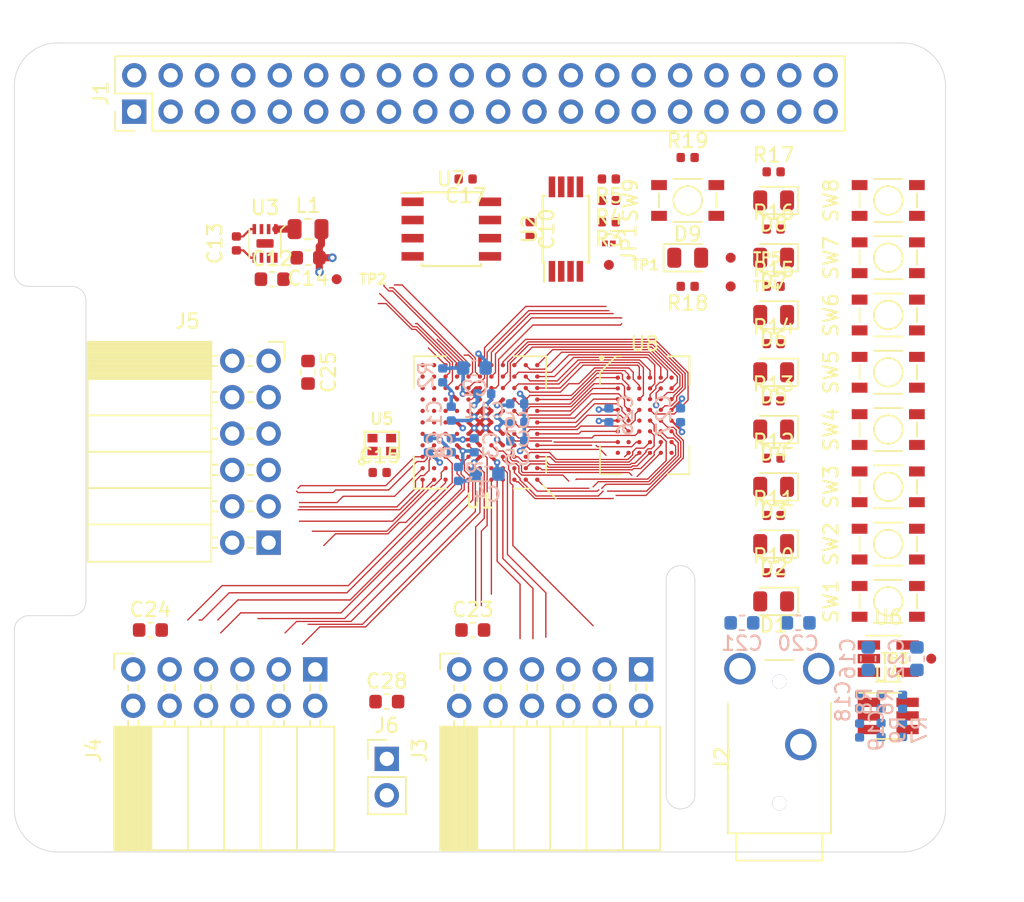
<source format=kicad_pcb>
(kicad_pcb (version 20171130) (host pcbnew 5.1.2+dfsg1-1)
  (layers (0 F.Cu signal) (1 In1.Cu power hide) (2 In2.Cu power) (31 B.Cu signal) (34 B.Paste user) (35 F.Paste user) (36 B.SilkS user hide) (37 F.SilkS user hide) (38 B.Mask user) (39 F.Mask user) (44 Edge.Cuts user))
  (net 0 "")
  (net 1 GND)
  (net 2 +1V2)
  (net 3 "Net-(C2-Pad2)")
  (net 4 "Net-(C2-Pad1)")
  (net 5 "Net-(C4-Pad2)")
  (net 6 "Net-(C4-Pad1)")
  (net 7 +3V3)
  (net 8 +5V)
  (net 9 "Net-(C13-Pad2)")
  (net 10 "Net-(C18-Pad1)")
  (net 11 "Net-(C19-Pad1)")
  (net 12 "Net-(C20-Pad1)")
  (net 13 "Net-(C21-Pad1)")
  (net 14 +3.3VDAC)
  (net 15 "Net-(D1-Pad1)")
  (net 16 /LED0)
  (net 17 /LED1)
  (net 18 "Net-(D2-Pad1)")
  (net 19 "Net-(D3-Pad1)")
  (net 20 /LED2)
  (net 21 /LED3)
  (net 22 "Net-(D4-Pad1)")
  (net 23 /LED4)
  (net 24 "Net-(D5-Pad1)")
  (net 25 "Net-(D6-Pad1)")
  (net 26 /LED5)
  (net 27 /LED6)
  (net 28 "Net-(D7-Pad1)")
  (net 29 "Net-(D8-Pad1)")
  (net 30 /LED7)
  (net 31 /GP13_FPGA_CDONE)
  (net 32 "Net-(J1-Pad3)")
  (net 33 "Net-(J1-Pad5)")
  (net 34 "Net-(J1-Pad7)")
  (net 35 /GP14_UART_TXD)
  (net 36 /GP15_UART_RXD)
  (net 37 "Net-(J1-Pad11)")
  (net 38 "Net-(J1-Pad12)")
  (net 39 /GP27_SDIO_DAT3)
  (net 40 /GP22_SDIO_CLK)
  (net 41 /GP23_SDIO_CMD)
  (net 42 /GP24_SDIO_DAT0)
  (net 43 /GP10_SPI_MOSI)
  (net 44 /GP9_SPI_MISO)
  (net 45 /GP25_SDIO_DAT1)
  (net 46 /GP11_SPI_SCK)
  (net 47 /GP8_SPI_~CS)
  (net 48 "Net-(J1-Pad26)")
  (net 49 /ID_SD)
  (net 50 /ID_SC)
  (net 51 "Net-(J1-Pad29)")
  (net 52 "Net-(J1-Pad31)")
  (net 53 /GP12_FPGA_~RST)
  (net 54 "Net-(J1-Pad35)")
  (net 55 "Net-(J1-Pad36)")
  (net 56 /GP26_SDIO_DAT2)
  (net 57 "Net-(J1-Pad38)")
  (net 58 "Net-(J1-Pad40)")
  (net 59 /IO0_0)
  (net 60 /IO0_1)
  (net 61 /IO0_2)
  (net 62 /IO0_3)
  (net 63 /IO0_4)
  (net 64 /IO0_5)
  (net 65 /IO0_6)
  (net 66 /IO0_7)
  (net 67 /IO1_7)
  (net 68 /IO1_6)
  (net 69 /IO1_5)
  (net 70 /IO1_4)
  (net 71 /IO1_3)
  (net 72 /IO1_2)
  (net 73 /IO1_1)
  (net 74 /IO1_0)
  (net 75 /IO2_0)
  (net 76 /IO2_1)
  (net 77 /IO2_2)
  (net 78 /IO2_3)
  (net 79 /IO2_4)
  (net 80 /IO2_5)
  (net 81 /IO2_6)
  (net 82 /IO2_7)
  (net 83 "Net-(JP1-Pad1)")
  (net 84 "Net-(L1-Pad1)")
  (net 85 "Net-(R6-Pad2)")
  (net 86 "Net-(R7-Pad2)")
  (net 87 /SW0)
  (net 88 /SW1)
  (net 89 /SW2)
  (net 90 /SW3)
  (net 91 /SW4)
  (net 92 /SW5)
  (net 93 /SW6)
  (net 94 /SW7)
  (net 95 /SRAM_DQ0)
  (net 96 /SRAM_DQ5)
  (net 97 /SRAM_DQ7)
  (net 98 /SRAM_DQ6)
  (net 99 /SRAM_DQ12)
  (net 100 /SRAM_A9)
  (net 101 /SRAM_A2)
  (net 102 /SRAM_A4)
  (net 103 /SRAM_A5)
  (net 104 /SRAM_A10)
  (net 105 /SRAM_DQ1)
  (net 106 /SRAM_DQ4)
  (net 107 /SRAM_DQ8)
  (net 108 /SRAM_DQ10)
  (net 109 /SRAM_DQ13)
  (net 110 /SRAM_DQ15)
  (net 111 /SRAM_A3)
  (net 112 /SRAM_A7)
  (net 113 /SRAM_A6)
  (net 114 /SRAM_A12)
  (net 115 /SRAM_DQ3)
  (net 116 /SRAM_DQ9)
  (net 117 /SRAM_DQ11)
  (net 118 /SRAM_A8)
  (net 119 /SRAM_A0)
  (net 120 /SRAM_A1)
  (net 121 /SRAM_A11)
  (net 122 /SRAM_A13)
  (net 123 /SRAM_A15)
  (net 124 /SRAM_DQ2)
  (net 125 /SRAM_DQ14)
  (net 126 /SRAM_A14)
  (net 127 /SRAM_A17)
  (net 128 /SRAM_A16)
  (net 129 /SRAM_~WE)
  (net 130 /SRAM_~OE)
  (net 131 /SRAM_~LB)
  (net 132 /SRAM_~UB)
  (net 133 /AUDIO_R_PWM)
  (net 134 "Net-(U1-PadB10)")
  (net 135 /CLK_OSC)
  (net 136 /AUDIO_L_PWM)
  (module Capacitor_SMD:C_0402_1005Metric (layer B.Cu) (at 128.9 108.1 90)
    (fp_text reference C8 (at 0 1.17 90) (layer B.SilkS) (effects (justify mirror)))
    (fp_text value 100n)
    (pad 2 smd roundrect (at 0.485 0 90) (size 0.59 0.64) (layers B.Cu B.Paste B.Mask) (net 1 GND))
    (pad 1 smd roundrect (at -0.485 0 90) (size 0.59 0.64) (layers B.Cu B.Paste B.Mask) (net 7 +3V3))
  )
  (module fpga_hat:BGA-121_11x11_9.0x9.0mm (layer F.Cu) (at 132.5 106.5 180)
    (fp_text reference U1 (at 0 -5.5) (layer F.SilkS))
    (fp_text value iCE40-HX8k-BG121)
    (pad A1 smd circle (at -4 -4 180) (size 0.3 0.3) (layers F.Cu F.Paste F.Mask) (net 79 /IO2_4))
    (pad B1 smd circle (at -4 -3.2 180) (size 0.3 0.3) (layers F.Cu F.Paste F.Mask) (net 129 /SRAM_~WE))
    (pad C1 smd circle (at -4 -2.4 180) (size 0.3 0.3) (layers F.Cu F.Paste F.Mask) (net 100 /SRAM_A9))
    (pad D1 smd circle (at -4 -1.6 180) (size 0.3 0.3) (layers F.Cu F.Paste F.Mask) (net 114 /SRAM_A12))
    (pad E1 smd circle (at -4 -0.8 180) (size 0.3 0.3) (layers F.Cu F.Paste F.Mask) (net 125 /SRAM_DQ14))
    (pad F1 smd circle (at -4 0 180) (size 0.3 0.3) (layers F.Cu F.Paste F.Mask) (net 99 /SRAM_DQ12))
    (pad G1 smd circle (at -4 0.8 180) (size 0.3 0.3) (layers F.Cu F.Paste F.Mask) (net 107 /SRAM_DQ8))
    (pad H1 smd circle (at -4 1.6 180) (size 0.3 0.3) (layers F.Cu F.Paste F.Mask) (net 132 /SRAM_~UB))
    (pad J1 smd circle (at -4 2.4 180) (size 0.3 0.3) (layers F.Cu F.Paste F.Mask) (net 119 /SRAM_A0))
    (pad K1 smd circle (at -4 3.2 180) (size 0.3 0.3) (layers F.Cu F.Paste F.Mask) (net 102 /SRAM_A4))
    (pad L1 smd circle (at -4 4 180) (size 0.3 0.3) (layers F.Cu F.Paste F.Mask) (net 95 /SRAM_DQ0))
    (pad A2 smd circle (at -3.2 -4 180) (size 0.3 0.3) (layers F.Cu F.Paste F.Mask) (net 77 /IO2_2))
    (pad B2 smd circle (at -3.2 -3.2 180) (size 0.3 0.3) (layers F.Cu F.Paste F.Mask) (net 104 /SRAM_A10))
    (pad C2 smd circle (at -3.2 -2.4 180) (size 0.3 0.3) (layers F.Cu F.Paste F.Mask) (net 122 /SRAM_A13))
    (pad D2 smd circle (at -3.2 -1.6 180) (size 0.3 0.3) (layers F.Cu F.Paste F.Mask) (net 110 /SRAM_DQ15))
    (pad E2 smd circle (at -3.2 -0.8 180) (size 0.3 0.3) (layers F.Cu F.Paste F.Mask) (net 109 /SRAM_DQ13))
    (pad F2 smd circle (at -3.2 0 180) (size 0.3 0.3) (layers F.Cu F.Paste F.Mask) (net 116 /SRAM_DQ9))
    (pad G2 smd circle (at -3.2 0.8 180) (size 0.3 0.3) (layers F.Cu F.Paste F.Mask) (net 108 /SRAM_DQ10))
    (pad H2 smd circle (at -3.2 1.6 180) (size 0.3 0.3) (layers F.Cu F.Paste F.Mask) (net 130 /SRAM_~OE))
    (pad J2 smd circle (at -3.2 2.4 180) (size 0.3 0.3) (layers F.Cu F.Paste F.Mask) (net 111 /SRAM_A3))
    (pad K2 smd circle (at -3.2 3.2 180) (size 0.3 0.3) (layers F.Cu F.Paste F.Mask) (net 120 /SRAM_A1))
    (pad L2 smd circle (at -3.2 4 180) (size 0.3 0.3) (layers F.Cu F.Paste F.Mask) (net 113 /SRAM_A6))
    (pad A3 smd circle (at -2.4 -4 180) (size 0.3 0.3) (layers F.Cu F.Paste F.Mask) (net 78 /IO2_3))
    (pad B3 smd circle (at -2.4 -3.2 180) (size 0.3 0.3) (layers F.Cu F.Paste F.Mask) (net 76 /IO2_1))
    (pad C3 smd circle (at -2.4 -2.4 180) (size 0.3 0.3) (layers F.Cu F.Paste F.Mask) (net 123 /SRAM_A15))
    (pad D3 smd circle (at -2.4 -1.6 180) (size 0.3 0.3) (layers F.Cu F.Paste F.Mask) (net 118 /SRAM_A8))
    (pad E3 smd circle (at -2.4 -0.8 180) (size 0.3 0.3) (layers F.Cu F.Paste F.Mask) (net 126 /SRAM_A14))
    (pad F3 smd circle (at -2.4 0 180) (size 0.3 0.3) (layers F.Cu F.Paste F.Mask) (net 127 /SRAM_A17))
    (pad G3 smd circle (at -2.4 0.8 180) (size 0.3 0.3) (layers F.Cu F.Paste F.Mask) (net 117 /SRAM_DQ11))
    (pad H3 smd circle (at -2.4 1.6 180) (size 0.3 0.3) (layers F.Cu F.Paste F.Mask) (net 131 /SRAM_~LB))
    (pad J3 smd circle (at -2.4 2.4 180) (size 0.3 0.3) (layers F.Cu F.Paste F.Mask) (net 103 /SRAM_A5))
    (pad K3 smd circle (at -2.4 3.2 180) (size 0.3 0.3) (layers F.Cu F.Paste F.Mask) (net 101 /SRAM_A2))
    (pad L3 smd circle (at -2.4 4 180) (size 0.3 0.3) (layers F.Cu F.Paste F.Mask) (net 105 /SRAM_DQ1))
    (pad A4 smd circle (at -1.6 -4 180) (size 0.3 0.3) (layers F.Cu F.Paste F.Mask) (net 68 /IO1_6))
    (pad B4 smd circle (at -1.6 -3.2 180) (size 0.3 0.3) (layers F.Cu F.Paste F.Mask) (net 75 /IO2_0))
    (pad C4 smd circle (at -1.6 -2.4 180) (size 0.3 0.3) (layers F.Cu F.Paste F.Mask) (net 121 /SRAM_A11))
    (pad D4 smd circle (at -1.6 -1.6 180) (size 0.3 0.3) (layers F.Cu F.Paste F.Mask) (net 2 +1V2))
    (pad E4 smd circle (at -1.6 -0.8 180) (size 0.3 0.3) (layers F.Cu F.Paste F.Mask) (net 7 +3V3))
    (pad F4 smd circle (at -1.6 0 180) (size 0.3 0.3) (layers F.Cu F.Paste F.Mask) (net 98 /SRAM_DQ6))
    (pad G4 smd circle (at -1.6 0.8 180) (size 0.3 0.3) (layers F.Cu F.Paste F.Mask) (net 7 +3V3))
    (pad H4 smd circle (at -1.6 1.6 180) (size 0.3 0.3) (layers F.Cu F.Paste F.Mask) (net 2 +1V2))
    (pad J4 smd circle (at -1.6 2.4 180) (size 0.3 0.3) (layers F.Cu F.Paste F.Mask) (net 124 /SRAM_DQ2))
    (pad K4 smd circle (at -1.6 3.2 180) (size 0.3 0.3) (layers F.Cu F.Paste F.Mask) (net 115 /SRAM_DQ3))
    (pad L4 smd circle (at -1.6 4 180) (size 0.3 0.3) (layers F.Cu F.Paste F.Mask) (net 112 /SRAM_A7))
    (pad A5 smd circle (at -0.8 -4 180) (size 0.3 0.3) (layers F.Cu F.Paste F.Mask) (net 70 /IO1_4))
    (pad B5 smd circle (at -0.8 -3.2 180) (size 0.3 0.3) (layers F.Cu F.Paste F.Mask) (net 69 /IO1_5))
    (pad C5 smd circle (at -0.8 -2.4 180) (size 0.3 0.3) (layers F.Cu F.Paste F.Mask) (net 5 "Net-(C4-Pad2)"))
    (pad D5 smd circle (at -0.8 -1.6 180) (size 0.3 0.3) (layers F.Cu F.Paste F.Mask) (net 67 /IO1_7))
    (pad E5 smd circle (at -0.8 -0.8 180) (size 0.3 0.3) (layers F.Cu F.Paste F.Mask) (net 1 GND))
    (pad F5 smd circle (at -0.8 0 180) (size 0.3 0.3) (layers F.Cu F.Paste F.Mask) (net 1 GND))
    (pad G5 smd circle (at -0.8 0.8 180) (size 0.3 0.3) (layers F.Cu F.Paste F.Mask) (net 1 GND))
    (pad H5 smd circle (at -0.8 1.6 180) (size 0.3 0.3) (layers F.Cu F.Paste F.Mask) (net 1 GND))
    (pad J5 smd circle (at -0.8 2.4 180) (size 0.3 0.3) (layers F.Cu F.Paste F.Mask) (net 96 /SRAM_DQ5))
    (pad K5 smd circle (at -0.8 3.2 180) (size 0.3 0.3) (layers F.Cu F.Paste F.Mask) (net 128 /SRAM_A16))
    (pad L5 smd circle (at -0.8 4 180) (size 0.3 0.3) (layers F.Cu F.Paste F.Mask) (net 56 /GP26_SDIO_DAT2))
    (pad A6 smd circle (at 0 -4 180) (size 0.3 0.3) (layers F.Cu F.Paste F.Mask) (net 71 /IO1_3))
    (pad B6 smd circle (at 0 -3.2 180) (size 0.3 0.3) (layers F.Cu F.Paste F.Mask) (net 81 /IO2_6))
    (pad C6 smd circle (at 0 -2.4 180) (size 0.3 0.3) (layers F.Cu F.Paste F.Mask) (net 6 "Net-(C4-Pad1)"))
    (pad D6 smd circle (at 0 -1.6 180) (size 0.3 0.3) (layers F.Cu F.Paste F.Mask) (net 7 +3V3))
    (pad E6 smd circle (at 0 -0.8 180) (size 0.3 0.3) (layers F.Cu F.Paste F.Mask) (net 1 GND))
    (pad F6 smd circle (at 0 0 180) (size 0.3 0.3) (layers F.Cu F.Paste F.Mask) (net 1 GND))
    (pad G6 smd circle (at 0 0.8 180) (size 0.3 0.3) (layers F.Cu F.Paste F.Mask) (net 1 GND))
    (pad H6 smd circle (at 0 1.6 180) (size 0.3 0.3) (layers F.Cu F.Paste F.Mask) (net 7 +3V3))
    (pad J6 smd circle (at 0 2.4 180) (size 0.3 0.3) (layers F.Cu F.Paste F.Mask) (net 4 "Net-(C2-Pad1)"))
    (pad K6 smd circle (at 0 3.2 180) (size 0.3 0.3) (layers F.Cu F.Paste F.Mask) (net 39 /GP27_SDIO_DAT3))
    (pad L6 smd circle (at 0 4 180) (size 0.3 0.3) (layers F.Cu F.Paste F.Mask) (net 3 "Net-(C2-Pad2)"))
    (pad A7 smd circle (at 0.8 -4 180) (size 0.3 0.3) (layers F.Cu F.Paste F.Mask) (net 72 /IO1_2))
    (pad B7 smd circle (at 0.8 -3.2 180) (size 0.3 0.3) (layers F.Cu F.Paste F.Mask) (net 80 /IO2_5))
    (pad C7 smd circle (at 0.8 -2.4 180) (size 0.3 0.3) (layers F.Cu F.Paste F.Mask) (net 73 /IO1_1))
    (pad D7 smd circle (at 0.8 -1.6 180) (size 0.3 0.3) (layers F.Cu F.Paste F.Mask) (net 66 /IO0_7))
    (pad E7 smd circle (at 0.8 -0.8 180) (size 0.3 0.3) (layers F.Cu F.Paste F.Mask) (net 1 GND))
    (pad F7 smd circle (at 0.8 0 180) (size 0.3 0.3) (layers F.Cu F.Paste F.Mask) (net 1 GND))
    (pad G7 smd circle (at 0.8 0.8 180) (size 0.3 0.3) (layers F.Cu F.Paste F.Mask) (net 1 GND))
    (pad H7 smd circle (at 0.8 1.6 180) (size 0.3 0.3) (layers F.Cu F.Paste F.Mask) (net 97 /SRAM_DQ7))
    (pad J7 smd circle (at 0.8 2.4 180) (size 0.3 0.3) (layers F.Cu F.Paste F.Mask) (net 106 /SRAM_DQ4))
    (pad K7 smd circle (at 0.8 3.2 180) (size 0.3 0.3) (layers F.Cu F.Paste F.Mask) (net 133 /AUDIO_R_PWM))
    (pad L7 smd circle (at 0.8 4 180) (size 0.3 0.3) (layers F.Cu F.Paste F.Mask) (net 41 /GP23_SDIO_CMD))
    (pad A8 smd circle (at 1.6 -4 180) (size 0.3 0.3) (layers F.Cu F.Paste F.Mask) (net 74 /IO1_0))
    (pad B8 smd circle (at 1.6 -3.2 180) (size 0.3 0.3) (layers F.Cu F.Paste F.Mask) (net 63 /IO0_4))
    (pad C8 smd circle (at 1.6 -2.4 180) (size 0.3 0.3) (layers F.Cu F.Paste F.Mask) (net 65 /IO0_6))
    (pad D8 smd circle (at 1.6 -1.6 180) (size 0.3 0.3) (layers F.Cu F.Paste F.Mask) (net 2 +1V2))
    (pad E8 smd circle (at 1.6 -0.8 180) (size 0.3 0.3) (layers F.Cu F.Paste F.Mask) (net 90 /SW3))
    (pad F8 smd circle (at 1.6 0 180) (size 0.3 0.3) (layers F.Cu F.Paste F.Mask) (net 7 +3V3))
    (pad G8 smd circle (at 1.6 0.8 180) (size 0.3 0.3) (layers F.Cu F.Paste F.Mask) (net 21 /LED3))
    (pad H8 smd circle (at 1.6 1.6 180) (size 0.3 0.3) (layers F.Cu F.Paste F.Mask) (net 2 +1V2))
    (pad J8 smd circle (at 1.6 2.4 180) (size 0.3 0.3) (layers F.Cu F.Paste F.Mask) (net 40 /GP22_SDIO_CLK))
    (pad K8 smd circle (at 1.6 3.2 180) (size 0.3 0.3) (layers F.Cu F.Paste F.Mask) (net 31 /GP13_FPGA_CDONE))
    (pad L8 smd circle (at 1.6 4 180) (size 0.3 0.3) (layers F.Cu F.Paste F.Mask) (net 42 /GP24_SDIO_DAT0))
    (pad A9 smd circle (at 2.4 -4 180) (size 0.3 0.3) (layers F.Cu F.Paste F.Mask) (net 64 /IO0_5))
    (pad B9 smd circle (at 2.4 -3.2 180) (size 0.3 0.3) (layers F.Cu F.Paste F.Mask) (net 62 /IO0_3))
    (pad C9 smd circle (at 2.4 -2.4 180) (size 0.3 0.3) (layers F.Cu F.Paste F.Mask) (net 61 /IO0_2))
    (pad D9 smd circle (at 2.4 -1.6 180) (size 0.3 0.3) (layers F.Cu F.Paste F.Mask) (net 91 /SW4))
    (pad E9 smd circle (at 2.4 -0.8 180) (size 0.3 0.3) (layers F.Cu F.Paste F.Mask) (net 89 /SW2))
    (pad F9 smd circle (at 2.4 0 180) (size 0.3 0.3) (layers F.Cu F.Paste F.Mask) (net 88 /SW1))
    (pad G9 smd circle (at 2.4 0.8 180) (size 0.3 0.3) (layers F.Cu F.Paste F.Mask) (net 27 /LED6))
    (pad H9 smd circle (at 2.4 1.6 180) (size 0.3 0.3) (layers F.Cu F.Paste F.Mask) (net 45 /GP25_SDIO_DAT1))
    (pad J9 smd circle (at 2.4 2.4 180) (size 0.3 0.3) (layers F.Cu F.Paste F.Mask) (net 44 /GP9_SPI_MISO))
    (pad K9 smd circle (at 2.4 3.2 180) (size 0.3 0.3) (layers F.Cu F.Paste F.Mask) (net 43 /GP10_SPI_MOSI))
    (pad L9 smd circle (at 2.4 4 180) (size 0.3 0.3) (layers F.Cu F.Paste F.Mask) (net 53 /GP12_FPGA_~RST))
    (pad A10 smd circle (at 3.2 -4 180) (size 0.3 0.3) (layers F.Cu F.Paste F.Mask) (net 60 /IO0_1))
    (pad B10 smd circle (at 3.2 -3.2 180) (size 0.3 0.3) (layers F.Cu F.Paste F.Mask) (net 134 "Net-(U1-PadB10)"))
    (pad C10 smd circle (at 3.2 -2.4 180) (size 0.3 0.3) (layers F.Cu F.Paste F.Mask) (net 7 +3V3))
    (pad D10 smd circle (at 3.2 -1.6 180) (size 0.3 0.3) (layers F.Cu F.Paste F.Mask) (net 94 /SW7))
    (pad E10 smd circle (at 3.2 -0.8 180) (size 0.3 0.3) (layers F.Cu F.Paste F.Mask) (net 135 /CLK_OSC))
    (pad F10 smd circle (at 3.2 0 180) (size 0.3 0.3) (layers F.Cu F.Paste F.Mask) (net 87 /SW0))
    (pad G10 smd circle (at 3.2 0.8 180) (size 0.3 0.3) (layers F.Cu F.Paste F.Mask) (net 26 /LED5))
    (pad H10 smd circle (at 3.2 1.6 180) (size 0.3 0.3) (layers F.Cu F.Paste F.Mask) (net 17 /LED1))
    (pad J10 smd circle (at 3.2 2.4 180) (size 0.3 0.3) (layers F.Cu F.Paste F.Mask) (net 20 /LED2))
    (pad K10 smd circle (at 3.2 3.2 180) (size 0.3 0.3) (layers F.Cu F.Paste F.Mask) (net 47 /GP8_SPI_~CS))
    (pad L10 smd circle (at 3.2 4 180) (size 0.3 0.3) (layers F.Cu F.Paste F.Mask) (net 46 /GP11_SPI_SCK))
    (pad A11 smd circle (at 4 -4 180) (size 0.3 0.3) (layers F.Cu F.Paste F.Mask) (net 59 /IO0_0))
    (pad B11 smd circle (at 4 -3.2 180) (size 0.3 0.3) (layers F.Cu F.Paste F.Mask) (net 36 /GP15_UART_RXD))
    (pad C11 smd circle (at 4 -2.4 180) (size 0.3 0.3) (layers F.Cu F.Paste F.Mask) (net 35 /GP14_UART_TXD))
    (pad D11 smd circle (at 4 -1.6 180) (size 0.3 0.3) (layers F.Cu F.Paste F.Mask) (net 93 /SW6))
    (pad E11 smd circle (at 4 -0.8 180) (size 0.3 0.3) (layers F.Cu F.Paste F.Mask) (net 92 /SW5))
    (pad F11 smd circle (at 4 0 180) (size 0.3 0.3) (layers F.Cu F.Paste F.Mask) (net 136 /AUDIO_L_PWM))
    (pad G11 smd circle (at 4 0.8 180) (size 0.3 0.3) (layers F.Cu F.Paste F.Mask) (net 30 /LED7))
    (pad H11 smd circle (at 4 1.6 180) (size 0.3 0.3) (layers F.Cu F.Paste F.Mask) (net 23 /LED4))
    (pad J11 smd circle (at 4 2.4 180) (size 0.3 0.3) (layers F.Cu F.Paste F.Mask) (net 82 /IO2_7))
    (pad K11 smd circle (at 4 3.2 180) (size 0.3 0.3) (layers F.Cu F.Paste F.Mask) (net 16 /LED0))
    (pad L11 smd circle (at 4 4 180) (size 0.3 0.3) (layers F.Cu F.Paste F.Mask) (net 7 +3V3))
  )
  (module fpga_hat:MOUNTHOLE_M2.5 (layer F.Cu) (at 161.5 83.5)
    (fp_text reference REF** hide)
    (fp_text value MOUNTHOLE_M2.5 hide)
    (pad "" np_thru_hole circle (at 0 0) (size 2.75 2.75) (drill 2.75) (layers *.Cu *.Mask) (thermal_gap 1.9))
  )
  (module fpga_hat:MOUNTHOLE_M2.5 (layer F.Cu) (at 161.5 133)
    (fp_text reference REF** hide)
    (fp_text value MOUNTHOLE_M2.5 hide)
    (pad "" np_thru_hole circle (at 0 0) (size 2.75 2.75) (drill 2.75) (layers *.Cu *.Mask) (thermal_gap 1.9))
  )
  (module fpga_hat:MOUNTHOLE_M2.5 (layer F.Cu) (at 103.5 133)
    (fp_text reference REF** hide)
    (fp_text value MOUNTHOLE_M2.5 hide)
    (pad "" np_thru_hole circle (at 0 0) (size 2.75 2.75) (drill 2.75) (layers *.Cu *.Mask) (thermal_gap 1.9))
  )
  (module fpga_hat:MOUNTHOLE_M2.5 (layer F.Cu) (at 103.5 83.5)
    (fp_text reference REF** hide)
    (fp_text value MOUNTHOLE_M2.5 hide)
    (pad "" np_thru_hole circle (at 0 0) (size 2.75 2.75) (drill 2.75) (layers *.Cu *.Mask) (thermal_gap 1.9))
  )
  (module Capacitor_SMD:C_0402_1005Metric (layer B.Cu) (at 130.5 105.885 270)
    (fp_text reference C1 (at 0 1.17 90) (layer B.SilkS) (effects (justify mirror)))
    (fp_text value 100n)
    (pad 2 smd roundrect (at 0.485 0 270) (size 0.59 0.64) (layers B.Cu B.Paste B.Mask) (net 1 GND))
    (pad 1 smd roundrect (at -0.485 0 270) (size 0.59 0.64) (layers B.Cu B.Paste B.Mask) (net 2 +1V2))
  )
  (module Capacitor_SMD:C_0603_1608Metric (layer B.Cu) (at 132.1125 102.7)
    (fp_text reference C2 (at 0 1.43) (layer B.SilkS) (effects (justify mirror)))
    (fp_text value 4u7)
    (pad 2 smd roundrect (at 0.7875 0) (size 0.875 0.95) (layers B.Cu B.Paste B.Mask) (net 3 "Net-(C2-Pad2)"))
    (pad 1 smd roundrect (at -0.7875 0) (size 0.875 0.95) (layers B.Cu B.Paste B.Mask) (net 4 "Net-(C2-Pad1)"))
  )
  (module Capacitor_SMD:C_0402_1005Metric (layer B.Cu) (at 132.1 108.1 90)
    (fp_text reference C3 (at 0 1.17 90) (layer B.SilkS) (effects (justify mirror)))
    (fp_text value 100n)
    (pad 1 smd roundrect (at -0.485 0 90) (size 0.59 0.64) (layers B.Cu B.Paste B.Mask) (net 2 +1V2))
    (pad 2 smd roundrect (at 0.485 0 90) (size 0.59 0.64) (layers B.Cu B.Paste B.Mask) (net 1 GND))
  )
  (module Capacitor_SMD:C_0603_1608Metric (layer B.Cu) (at 133 110.1)
    (fp_text reference C4 (at 0 1.43) (layer B.SilkS) (effects (justify mirror)))
    (fp_text value 4u7)
    (pad 1 smd roundrect (at -0.7875 0) (size 0.875 0.95) (layers B.Cu B.Paste B.Mask) (net 6 "Net-(C4-Pad1)"))
    (pad 2 smd roundrect (at 0.7875 0) (size 0.875 0.95) (layers B.Cu B.Paste B.Mask) (net 5 "Net-(C4-Pad2)"))
  )
  (module Capacitor_SMD:C_0402_1005Metric (layer B.Cu) (at 135.1 107.8)
    (fp_text reference C5 (at 0 1.17 180) (layer B.SilkS) (effects (justify mirror)))
    (fp_text value 100n)
    (pad 1 smd roundrect (at -0.485 0) (size 0.59 0.64) (layers B.Cu B.Paste B.Mask) (net 2 +1V2))
    (pad 2 smd roundrect (at 0.485 0) (size 0.59 0.64) (layers B.Cu B.Paste B.Mask) (net 1 GND))
  )
  (module Capacitor_SMD:C_0402_1005Metric (layer B.Cu) (at 135.1 105.2)
    (fp_text reference C6 (at 0 1.17) (layer B.SilkS) (effects (justify mirror)))
    (fp_text value 100n)
    (pad 2 smd roundrect (at 0.485 0) (size 0.59 0.64) (layers B.Cu B.Paste B.Mask) (net 1 GND))
    (pad 1 smd roundrect (at -0.485 0) (size 0.59 0.64) (layers B.Cu B.Paste B.Mask) (net 2 +1V2))
  )
  (module Capacitor_SMD:C_0402_1005Metric (layer B.Cu) (at 135.115 106.5)
    (fp_text reference C7 (at 0 1.17 180) (layer B.SilkS) (effects (justify mirror)))
    (fp_text value 100n)
    (pad 2 smd roundrect (at 0.485 0) (size 0.59 0.64) (layers B.Cu B.Paste B.Mask) (net 1 GND))
    (pad 1 smd roundrect (at -0.485 0) (size 0.59 0.64) (layers B.Cu B.Paste B.Mask) (net 7 +3V3))
  )
  (module Capacitor_SMD:C_0402_1005Metric (layer B.Cu) (at 130.5 108.1 270)
    (fp_text reference C9 (at 0 1.17 90) (layer B.SilkS) (effects (justify mirror)))
    (fp_text value 100n)
    (pad 2 smd roundrect (at 0.485 0 270) (size 0.59 0.64) (layers B.Cu B.Paste B.Mask) (net 1 GND))
    (pad 1 smd roundrect (at -0.485 0 270) (size 0.59 0.64) (layers B.Cu B.Paste B.Mask) (net 7 +3V3))
  )
  (module Capacitor_SMD:C_0402_1005Metric (layer F.Cu) (at 136 93 270)
    (fp_text reference C10 (at 0 -1.17 90) (layer F.SilkS))
    (fp_text value 100n)
    (pad 2 smd roundrect (at 0.485 0 270) (size 0.59 0.64) (layers F.Cu F.Paste F.Mask) (net 1 GND))
    (pad 1 smd roundrect (at -0.485 0 270) (size 0.59 0.64) (layers F.Cu F.Paste F.Mask) (net 7 +3V3))
  )
  (module Capacitor_SMD:C_0402_1005Metric (layer B.Cu) (at 132.8 104.5)
    (fp_text reference C11 (at 0 1.17) (layer B.SilkS) (effects (justify mirror)))
    (fp_text value 100n)
    (pad 1 smd roundrect (at -0.485 0) (size 0.59 0.64) (layers B.Cu B.Paste B.Mask) (net 7 +3V3))
    (pad 2 smd roundrect (at 0.485 0) (size 0.59 0.64) (layers B.Cu B.Paste B.Mask) (net 1 GND))
  )
  (module Capacitor_SMD:C_0603_1608Metric (layer F.Cu) (at 118 96.5)
    (fp_text reference C12 (at 0 -1.43) (layer F.SilkS))
    (fp_text value 4u7)
    (pad 2 smd roundrect (at 0.7875 0) (size 0.875 0.95) (layers F.Cu F.Paste F.Mask) (net 1 GND))
    (pad 1 smd roundrect (at -0.7875 0) (size 0.875 0.95) (layers F.Cu F.Paste F.Mask) (net 8 +5V))
  )
  (module Capacitor_SMD:C_0402_1005Metric (layer F.Cu) (at 115.5 94 270)
    (fp_text reference C13 (at 0 1.5 90) (layer F.SilkS))
    (fp_text value 560p)
    (pad 1 smd roundrect (at -0.485 0 270) (size 0.59 0.64) (layers F.Cu F.Paste F.Mask) (net 2 +1V2))
    (pad 2 smd roundrect (at 0.485 0 270) (size 0.59 0.64) (layers F.Cu F.Paste F.Mask) (net 9 "Net-(C13-Pad2)"))
  )
  (module Capacitor_SMD:C_0603_1608Metric (layer F.Cu) (at 120.5 95 180)
    (fp_text reference C14 (at 0 -1.43) (layer F.SilkS))
    (fp_text value 4u7)
    (pad 2 smd roundrect (at 0.7875 0 180) (size 0.875 0.95) (layers F.Cu F.Paste F.Mask) (net 1 GND))
    (pad 1 smd roundrect (at -0.7875 0 180) (size 0.875 0.95) (layers F.Cu F.Paste F.Mask) (net 2 +1V2))
  )
  (module Capacitor_SMD:C_0402_1005Metric (layer F.Cu) (at 125.5 110)
    (fp_text reference C15 (at 0 -1.17) (layer F.SilkS))
    (fp_text value 100n)
    (pad 2 smd roundrect (at 0.485 0) (size 0.59 0.64) (layers F.Cu F.Paste F.Mask) (net 1 GND))
    (pad 1 smd roundrect (at -0.485 0) (size 0.59 0.64) (layers F.Cu F.Paste F.Mask) (net 7 +3V3))
  )
  (module Capacitor_SMD:C_0603_1608Metric (layer B.Cu) (at 159.6 123 270)
    (fp_text reference C16 (at 0 1.43 90) (layer B.SilkS) (effects (justify mirror)))
    (fp_text value 1u)
    (pad 1 smd roundrect (at -0.7875 0 270) (size 0.875 0.95) (layers B.Cu B.Paste B.Mask) (net 8 +5V))
    (pad 2 smd roundrect (at 0.7875 0 270) (size 0.875 0.95) (layers B.Cu B.Paste B.Mask) (net 1 GND))
  )
  (module Capacitor_SMD:C_0402_1005Metric (layer F.Cu) (at 131.5 89.5 180)
    (fp_text reference C17 (at 0 -1.17) (layer F.SilkS))
    (fp_text value 100n)
    (pad 1 smd roundrect (at -0.485 0 180) (size 0.59 0.64) (layers F.Cu F.Paste F.Mask) (net 7 +3V3))
    (pad 2 smd roundrect (at 0.485 0 180) (size 0.59 0.64) (layers F.Cu F.Paste F.Mask) (net 1 GND))
  )
  (module Capacitor_SMD:C_0402_1005Metric (layer B.Cu) (at 159 125.985 270)
    (fp_text reference C18 (at 0 1.17 90) (layer B.SilkS) (effects (justify mirror)))
    (fp_text value 100n)
    (pad 1 smd roundrect (at -0.485 0 270) (size 0.59 0.64) (layers B.Cu B.Paste B.Mask) (net 10 "Net-(C18-Pad1)"))
    (pad 2 smd roundrect (at 0.485 0 270) (size 0.59 0.64) (layers B.Cu B.Paste B.Mask) (net 1 GND))
  )
  (module Capacitor_SMD:C_0402_1005Metric (layer B.Cu) (at 159 128.015 90)
    (fp_text reference C19 (at 0 1.17 90) (layer B.SilkS) (effects (justify mirror)))
    (fp_text value 100n)
    (pad 1 smd roundrect (at -0.485 0 90) (size 0.59 0.64) (layers B.Cu B.Paste B.Mask) (net 11 "Net-(C19-Pad1)"))
    (pad 2 smd roundrect (at 0.485 0 90) (size 0.59 0.64) (layers B.Cu B.Paste B.Mask) (net 1 GND))
  )
  (module Capacitor_SMD:C_0603_1608Metric (layer B.Cu) (at 154.7125 120.5)
    (fp_text reference C20 (at 0 1.43) (layer B.SilkS) (effects (justify mirror)))
    (fp_text value 4u7)
    (pad 1 smd roundrect (at -0.7875 0) (size 0.875 0.95) (layers B.Cu B.Paste B.Mask) (net 12 "Net-(C20-Pad1)"))
    (pad 2 smd roundrect (at 0.7875 0) (size 0.875 0.95) (layers B.Cu B.Paste B.Mask) (net 10 "Net-(C18-Pad1)"))
  )
  (module Capacitor_SMD:C_0603_1608Metric (layer B.Cu) (at 150.7875 120.5)
    (fp_text reference C21 (at 0 1.43) (layer B.SilkS) (effects (justify mirror)))
    (fp_text value 4u7)
    (pad 1 smd roundrect (at -0.7875 0) (size 0.875 0.95) (layers B.Cu B.Paste B.Mask) (net 13 "Net-(C21-Pad1)"))
    (pad 2 smd roundrect (at 0.7875 0) (size 0.875 0.95) (layers B.Cu B.Paste B.Mask) (net 11 "Net-(C19-Pad1)"))
  )
  (module Capacitor_SMD:C_0603_1608Metric (layer B.Cu) (at 163 123 270)
    (fp_text reference C22 (at 0 1.43 90) (layer B.SilkS) (effects (justify mirror)))
    (fp_text value 1u)
    (pad 2 smd roundrect (at 0.7875 0 270) (size 0.875 0.95) (layers B.Cu B.Paste B.Mask) (net 1 GND))
    (pad 1 smd roundrect (at -0.7875 0 270) (size 0.875 0.95) (layers B.Cu B.Paste B.Mask) (net 14 +3.3VDAC))
  )
  (module Capacitor_SMD:C_0603_1608Metric (layer F.Cu) (at 132 121)
    (fp_text reference C23 (at 0 -1.43) (layer F.SilkS))
    (fp_text value 1u)
    (pad 2 smd roundrect (at 0.7875 0) (size 0.875 0.95) (layers F.Cu F.Paste F.Mask) (net 1 GND))
    (pad 1 smd roundrect (at -0.7875 0) (size 0.875 0.95) (layers F.Cu F.Paste F.Mask) (net 7 +3V3))
  )
  (module Capacitor_SMD:C_0603_1608Metric (layer F.Cu) (at 109.5 121)
    (fp_text reference C24 (at 0 -1.43) (layer F.SilkS))
    (fp_text value 1u)
    (pad 1 smd roundrect (at -0.7875 0) (size 0.875 0.95) (layers F.Cu F.Paste F.Mask) (net 7 +3V3))
    (pad 2 smd roundrect (at 0.7875 0) (size 0.875 0.95) (layers F.Cu F.Paste F.Mask) (net 1 GND))
  )
  (module Capacitor_SMD:C_0603_1608Metric (layer F.Cu) (at 120.5 103 270)
    (fp_text reference C25 (at 0 -1.43 90) (layer F.SilkS))
    (fp_text value 1u)
    (pad 2 smd roundrect (at 0.7875 0 270) (size 0.875 0.95) (layers F.Cu F.Paste F.Mask) (net 1 GND))
    (pad 1 smd roundrect (at -0.7875 0 270) (size 0.875 0.95) (layers F.Cu F.Paste F.Mask) (net 7 +3V3))
  )
  (module Capacitor_SMD:C_0402_1005Metric (layer B.Cu) (at 141.5 106 90)
    (fp_text reference C26 (at 0 1.17 270) (layer B.SilkS) (effects (justify mirror)))
    (fp_text value 100n)
    (pad 1 smd roundrect (at -0.485 0 90) (size 0.59 0.64) (layers B.Cu B.Paste B.Mask) (net 7 +3V3))
    (pad 2 smd roundrect (at 0.485 0 90) (size 0.59 0.64) (layers B.Cu B.Paste B.Mask) (net 1 GND))
  )
  (module Capacitor_SMD:C_0402_1005Metric (layer B.Cu) (at 146.5 106 270)
    (fp_text reference C27 (at 0 1.17 270) (layer B.SilkS) (effects (justify mirror)))
    (fp_text value 100n)
    (pad 2 smd roundrect (at 0.485 0 270) (size 0.59 0.64) (layers B.Cu B.Paste B.Mask) (net 1 GND))
    (pad 1 smd roundrect (at -0.485 0 270) (size 0.59 0.64) (layers B.Cu B.Paste B.Mask) (net 7 +3V3))
  )
  (module Capacitor_SMD:C_0603_1608Metric (layer F.Cu) (at 126 126)
    (fp_text reference C28 (at 0 -1.43) (layer F.SilkS))
    (fp_text value 1u)
    (pad 1 smd roundrect (at -0.7875 0) (size 0.875 0.95) (layers F.Cu F.Paste F.Mask) (net 8 +5V))
    (pad 2 smd roundrect (at 0.7875 0) (size 0.875 0.95) (layers F.Cu F.Paste F.Mask) (net 1 GND))
  )
  (module LED_SMD:LED_0805_2012Metric (layer F.Cu) (at 153 119 180)
    (fp_text reference D1 (at 0 -1.65) (layer F.SilkS))
    (fp_text value LED)
    (pad 1 smd roundrect (at -0.9375 0 180) (size 0.975 1.4) (layers F.Cu F.Paste F.Mask) (net 15 "Net-(D1-Pad1)"))
    (pad 2 smd roundrect (at 0.9375 0 180) (size 0.975 1.4) (layers F.Cu F.Paste F.Mask) (net 16 /LED0))
  )
  (module LED_SMD:LED_0805_2012Metric (layer F.Cu) (at 153 115 180)
    (fp_text reference D2 (at 0 -1.65) (layer F.SilkS))
    (fp_text value LED)
    (pad 1 smd roundrect (at -0.9375 0 180) (size 0.975 1.4) (layers F.Cu F.Paste F.Mask) (net 18 "Net-(D2-Pad1)"))
    (pad 2 smd roundrect (at 0.9375 0 180) (size 0.975 1.4) (layers F.Cu F.Paste F.Mask) (net 17 /LED1))
  )
  (module LED_SMD:LED_0805_2012Metric (layer F.Cu) (at 153 111 180)
    (fp_text reference D3 (at 0 -1.65) (layer F.SilkS))
    (fp_text value LED)
    (pad 2 smd roundrect (at 0.9375 0 180) (size 0.975 1.4) (layers F.Cu F.Paste F.Mask) (net 20 /LED2))
    (pad 1 smd roundrect (at -0.9375 0 180) (size 0.975 1.4) (layers F.Cu F.Paste F.Mask) (net 19 "Net-(D3-Pad1)"))
  )
  (module LED_SMD:LED_0805_2012Metric (layer F.Cu) (at 153 107 180)
    (fp_text reference D4 (at 0 -1.65) (layer F.SilkS))
    (fp_text value LED)
    (pad 1 smd roundrect (at -0.9375 0 180) (size 0.975 1.4) (layers F.Cu F.Paste F.Mask) (net 22 "Net-(D4-Pad1)"))
    (pad 2 smd roundrect (at 0.9375 0 180) (size 0.975 1.4) (layers F.Cu F.Paste F.Mask) (net 21 /LED3))
  )
  (module LED_SMD:LED_0805_2012Metric (layer F.Cu) (at 153 103 180)
    (fp_text reference D5 (at 0 -1.65) (layer F.SilkS))
    (fp_text value LED)
    (pad 2 smd roundrect (at 0.9375 0 180) (size 0.975 1.4) (layers F.Cu F.Paste F.Mask) (net 23 /LED4))
    (pad 1 smd roundrect (at -0.9375 0 180) (size 0.975 1.4) (layers F.Cu F.Paste F.Mask) (net 24 "Net-(D5-Pad1)"))
  )
  (module LED_SMD:LED_0805_2012Metric (layer F.Cu) (at 153 99 180)
    (fp_text reference D6 (at 0 -1.65) (layer F.SilkS))
    (fp_text value LED)
    (pad 1 smd roundrect (at -0.9375 0 180) (size 0.975 1.4) (layers F.Cu F.Paste F.Mask) (net 25 "Net-(D6-Pad1)"))
    (pad 2 smd roundrect (at 0.9375 0 180) (size 0.975 1.4) (layers F.Cu F.Paste F.Mask) (net 26 /LED5))
  )
  (module LED_SMD:LED_0805_2012Metric (layer F.Cu) (at 153 95 180)
    (fp_text reference D7 (at 0 -1.65) (layer F.SilkS))
    (fp_text value LED)
    (pad 2 smd roundrect (at 0.9375 0 180) (size 0.975 1.4) (layers F.Cu F.Paste F.Mask) (net 27 /LED6))
    (pad 1 smd roundrect (at -0.9375 0 180) (size 0.975 1.4) (layers F.Cu F.Paste F.Mask) (net 28 "Net-(D7-Pad1)"))
  )
  (module LED_SMD:LED_0805_2012Metric (layer F.Cu) (at 153 91 180)
    (fp_text reference D8 (at 0 -1.65) (layer F.SilkS))
    (fp_text value LED)
    (pad 1 smd roundrect (at -0.9375 0 180) (size 0.975 1.4) (layers F.Cu F.Paste F.Mask) (net 29 "Net-(D8-Pad1)"))
    (pad 2 smd roundrect (at 0.9375 0 180) (size 0.975 1.4) (layers F.Cu F.Paste F.Mask) (net 30 /LED7))
  )
  (module LED_SMD:LED_0805_2012Metric (layer F.Cu) (at 147 95)
    (fp_text reference D9 (at 0 -1.65) (layer F.SilkS))
    (fp_text value LED)
    (pad 2 smd roundrect (at 0.9375 0) (size 0.975 1.4) (layers F.Cu F.Paste F.Mask) (net 31 /GP13_FPGA_CDONE))
    (pad 1 smd roundrect (at -0.9375 0) (size 0.975 1.4) (layers F.Cu F.Paste F.Mask) (net 1 GND))
  )
  (module Connector_PinHeader_2.54mm:PinHeader_2x20_P2.54mm_Vertical (layer F.Cu) (at 108.37 84.8 90)
    (fp_text reference J1 (at 1.27 -2.33 90) (layer F.SilkS))
    (fp_text value 2x20)
    (pad 1 thru_hole rect (at 0 0 90) (size 1.7 1.7) (drill 1) (layers *.Cu *.Mask) (net 7 +3V3))
    (pad 2 thru_hole oval (at 2.54 0 90) (size 1.7 1.7) (drill 1) (layers *.Cu *.Mask) (net 8 +5V))
    (pad 3 thru_hole oval (at 0 2.54 90) (size 1.7 1.7) (drill 1) (layers *.Cu *.Mask) (net 32 "Net-(J1-Pad3)"))
    (pad 4 thru_hole oval (at 2.54 2.54 90) (size 1.7 1.7) (drill 1) (layers *.Cu *.Mask) (net 8 +5V))
    (pad 5 thru_hole oval (at 0 5.08 90) (size 1.7 1.7) (drill 1) (layers *.Cu *.Mask) (net 33 "Net-(J1-Pad5)"))
    (pad 6 thru_hole oval (at 2.54 5.08 90) (size 1.7 1.7) (drill 1) (layers *.Cu *.Mask) (net 1 GND))
    (pad 7 thru_hole oval (at 0 7.62 90) (size 1.7 1.7) (drill 1) (layers *.Cu *.Mask) (net 34 "Net-(J1-Pad7)"))
    (pad 8 thru_hole oval (at 2.54 7.62 90) (size 1.7 1.7) (drill 1) (layers *.Cu *.Mask) (net 35 /GP14_UART_TXD))
    (pad 9 thru_hole oval (at 0 10.16 90) (size 1.7 1.7) (drill 1) (layers *.Cu *.Mask) (net 1 GND))
    (pad 10 thru_hole oval (at 2.54 10.16 90) (size 1.7 1.7) (drill 1) (layers *.Cu *.Mask) (net 36 /GP15_UART_RXD))
    (pad 11 thru_hole oval (at 0 12.7 90) (size 1.7 1.7) (drill 1) (layers *.Cu *.Mask) (net 37 "Net-(J1-Pad11)"))
    (pad 12 thru_hole oval (at 2.54 12.7 90) (size 1.7 1.7) (drill 1) (layers *.Cu *.Mask) (net 38 "Net-(J1-Pad12)"))
    (pad 13 thru_hole oval (at 0 15.24 90) (size 1.7 1.7) (drill 1) (layers *.Cu *.Mask) (net 39 /GP27_SDIO_DAT3))
    (pad 14 thru_hole oval (at 2.54 15.24 90) (size 1.7 1.7) (drill 1) (layers *.Cu *.Mask) (net 1 GND))
    (pad 15 thru_hole oval (at 0 17.78 90) (size 1.7 1.7) (drill 1) (layers *.Cu *.Mask) (net 40 /GP22_SDIO_CLK))
    (pad 16 thru_hole oval (at 2.54 17.78 90) (size 1.7 1.7) (drill 1) (layers *.Cu *.Mask) (net 41 /GP23_SDIO_CMD))
    (pad 17 thru_hole oval (at 0 20.32 90) (size 1.7 1.7) (drill 1) (layers *.Cu *.Mask) (net 7 +3V3))
    (pad 18 thru_hole oval (at 2.54 20.32 90) (size 1.7 1.7) (drill 1) (layers *.Cu *.Mask) (net 42 /GP24_SDIO_DAT0))
    (pad 19 thru_hole oval (at 0 22.86 90) (size 1.7 1.7) (drill 1) (layers *.Cu *.Mask) (net 43 /GP10_SPI_MOSI))
    (pad 20 thru_hole oval (at 2.54 22.86 90) (size 1.7 1.7) (drill 1) (layers *.Cu *.Mask) (net 1 GND))
    (pad 21 thru_hole oval (at 0 25.4 90) (size 1.7 1.7) (drill 1) (layers *.Cu *.Mask) (net 44 /GP9_SPI_MISO))
    (pad 22 thru_hole oval (at 2.54 25.4 90) (size 1.7 1.7) (drill 1) (layers *.Cu *.Mask) (net 45 /GP25_SDIO_DAT1))
    (pad 23 thru_hole oval (at 0 27.94 90) (size 1.7 1.7) (drill 1) (layers *.Cu *.Mask) (net 46 /GP11_SPI_SCK))
    (pad 24 thru_hole oval (at 2.54 27.94 90) (size 1.7 1.7) (drill 1) (layers *.Cu *.Mask) (net 47 /GP8_SPI_~CS))
    (pad 25 thru_hole oval (at 0 30.48 90) (size 1.7 1.7) (drill 1) (layers *.Cu *.Mask) (net 1 GND))
    (pad 26 thru_hole oval (at 2.54 30.48 90) (size 1.7 1.7) (drill 1) (layers *.Cu *.Mask) (net 48 "Net-(J1-Pad26)"))
    (pad 27 thru_hole oval (at 0 33.02 90) (size 1.7 1.7) (drill 1) (layers *.Cu *.Mask) (net 49 /ID_SD))
    (pad 28 thru_hole oval (at 2.54 33.02 90) (size 1.7 1.7) (drill 1) (layers *.Cu *.Mask) (net 50 /ID_SC))
    (pad 29 thru_hole oval (at 0 35.56 90) (size 1.7 1.7) (drill 1) (layers *.Cu *.Mask) (net 51 "Net-(J1-Pad29)"))
    (pad 30 thru_hole oval (at 2.54 35.56 90) (size 1.7 1.7) (drill 1) (layers *.Cu *.Mask) (net 1 GND))
    (pad 31 thru_hole oval (at 0 38.1 90) (size 1.7 1.7) (drill 1) (layers *.Cu *.Mask) (net 52 "Net-(J1-Pad31)"))
    (pad 32 thru_hole oval (at 2.54 38.1 90) (size 1.7 1.7) (drill 1) (layers *.Cu *.Mask) (net 53 /GP12_FPGA_~RST))
    (pad 33 thru_hole oval (at 0 40.64 90) (size 1.7 1.7) (drill 1) (layers *.Cu *.Mask) (net 31 /GP13_FPGA_CDONE))
    (pad 34 thru_hole oval (at 2.54 40.64 90) (size 1.7 1.7) (drill 1) (layers *.Cu *.Mask) (net 1 GND))
    (pad 35 thru_hole oval (at 0 43.18 90) (size 1.7 1.7) (drill 1) (layers *.Cu *.Mask) (net 54 "Net-(J1-Pad35)"))
    (pad 36 thru_hole oval (at 2.54 43.18 90) (size 1.7 1.7) (drill 1) (layers *.Cu *.Mask) (net 55 "Net-(J1-Pad36)"))
    (pad 37 thru_hole oval (at 0 45.72 90) (size 1.7 1.7) (drill 1) (layers *.Cu *.Mask) (net 56 /GP26_SDIO_DAT2))
    (pad 38 thru_hole oval (at 2.54 45.72 90) (size 1.7 1.7) (drill 1) (layers *.Cu *.Mask) (net 57 "Net-(J1-Pad38)"))
    (pad 39 thru_hole oval (at 0 48.26 90) (size 1.7 1.7) (drill 1) (layers *.Cu *.Mask) (net 1 GND))
    (pad 40 thru_hole oval (at 2.54 48.26 90) (size 1.7 1.7) (drill 1) (layers *.Cu *.Mask) (net 58 "Net-(J1-Pad40)"))
  )
  (module fpga_hat:STX-3000_TRS_3.5mm (layer F.Cu) (at 153.4 129 90)
    (fp_text reference J2 (at -1 -4 90) (layer F.SilkS))
    (fp_text value AudioJack3)
    (pad ~ thru_hole circle (at -4.1 0 90) (size 1 1) (drill 1) (layers *.Cu *.Mask))
    (pad ~ thru_hole circle (at 4.4 0 90) (size 1 1) (drill 1) (layers *.Cu *.Mask))
    (pad S thru_hole circle (at 0 1.5 90) (size 2.2 2.2) (drill 1.5) (layers *.Cu *.Mask) (net 1 GND))
    (pad R thru_hole circle (at 5.3 -2.75 90) (size 2.2 2.2) (drill 1.5) (layers *.Cu *.Mask) (net 13 "Net-(C21-Pad1)"))
    (pad T thru_hole circle (at 5.3 2.75 90) (size 2.2 2.2) (drill 1.5) (layers *.Cu *.Mask) (net 12 "Net-(C20-Pad1)"))
  )
  (module fpga_hat:PinSocket_2x06_P2.54mm_Horizontal (layer F.Cu) (at 143.75 123.75 90)
    (fp_text reference J3 (at -5.65 -15.47 90) (layer F.SilkS))
    (fp_text value Conn_02x06_Top_Bottom)
    (pad 6 thru_hole circle (at 0 -12.7 90) (size 1.7 1.7) (drill 1) (layers *.Cu *.Mask) (net 7 +3V3))
    (pad 12 thru_hole oval (at -2.54 -12.7 90) (size 1.7 1.7) (drill 1) (layers *.Cu *.Mask) (net 7 +3V3))
    (pad 5 thru_hole oval (at 0 -10.16 90) (size 1.7 1.7) (drill 1) (layers *.Cu *.Mask) (net 1 GND))
    (pad 11 thru_hole oval (at -2.54 -10.16 90) (size 1.7 1.7) (drill 1) (layers *.Cu *.Mask) (net 1 GND))
    (pad 4 thru_hole oval (at 0 -7.62 90) (size 1.7 1.7) (drill 1) (layers *.Cu *.Mask) (net 62 /IO0_3))
    (pad 10 thru_hole oval (at -2.54 -7.62 90) (size 1.7 1.7) (drill 1) (layers *.Cu *.Mask) (net 66 /IO0_7))
    (pad 3 thru_hole oval (at 0 -5.08 90) (size 1.7 1.7) (drill 1) (layers *.Cu *.Mask) (net 61 /IO0_2))
    (pad 9 thru_hole oval (at -2.54 -5.08 90) (size 1.7 1.7) (drill 1) (layers *.Cu *.Mask) (net 65 /IO0_6))
    (pad 2 thru_hole oval (at 0 -2.54 90) (size 1.7 1.7) (drill 1) (layers *.Cu *.Mask) (net 60 /IO0_1))
    (pad 8 thru_hole oval (at -2.54 -2.54 90) (size 1.7 1.7) (drill 1) (layers *.Cu *.Mask) (net 64 /IO0_5))
    (pad 1 thru_hole rect (at 0 0 90) (size 1.7 1.7) (drill 1) (layers *.Cu *.Mask) (net 59 /IO0_0))
    (pad 7 thru_hole oval (at -2.54 0 90) (size 1.7 1.7) (drill 1) (layers *.Cu *.Mask) (net 63 /IO0_4))
  )
  (module fpga_hat:PinSocket_2x06_P2.54mm_Horizontal (layer F.Cu) (at 121 123.75 90)
    (fp_text reference J4 (at -5.65 -15.47 90) (layer F.SilkS))
    (fp_text value Conn_02x06_Top_Bottom)
    (pad 7 thru_hole oval (at -2.54 0 90) (size 1.7 1.7) (drill 1) (layers *.Cu *.Mask) (net 70 /IO1_4))
    (pad 1 thru_hole rect (at 0 0 90) (size 1.7 1.7) (drill 1) (layers *.Cu *.Mask) (net 74 /IO1_0))
    (pad 8 thru_hole oval (at -2.54 -2.54 90) (size 1.7 1.7) (drill 1) (layers *.Cu *.Mask) (net 69 /IO1_5))
    (pad 2 thru_hole oval (at 0 -2.54 90) (size 1.7 1.7) (drill 1) (layers *.Cu *.Mask) (net 73 /IO1_1))
    (pad 9 thru_hole oval (at -2.54 -5.08 90) (size 1.7 1.7) (drill 1) (layers *.Cu *.Mask) (net 68 /IO1_6))
    (pad 3 thru_hole oval (at 0 -5.08 90) (size 1.7 1.7) (drill 1) (layers *.Cu *.Mask) (net 72 /IO1_2))
    (pad 10 thru_hole oval (at -2.54 -7.62 90) (size 1.7 1.7) (drill 1) (layers *.Cu *.Mask) (net 67 /IO1_7))
    (pad 4 thru_hole oval (at 0 -7.62 90) (size 1.7 1.7) (drill 1) (layers *.Cu *.Mask) (net 71 /IO1_3))
    (pad 11 thru_hole oval (at -2.54 -10.16 90) (size 1.7 1.7) (drill 1) (layers *.Cu *.Mask) (net 1 GND))
    (pad 5 thru_hole oval (at 0 -10.16 90) (size 1.7 1.7) (drill 1) (layers *.Cu *.Mask) (net 1 GND))
    (pad 12 thru_hole oval (at -2.54 -12.7 90) (size 1.7 1.7) (drill 1) (layers *.Cu *.Mask) (net 7 +3V3))
    (pad 6 thru_hole circle (at 0 -12.7 90) (size 1.7 1.7) (drill 1) (layers *.Cu *.Mask) (net 7 +3V3))
  )
  (module fpga_hat:PinSocket_2x06_P2.54mm_Horizontal (layer F.Cu) (at 117.75 114.9)
    (fp_text reference J5 (at -5.65 -15.47) (layer F.SilkS))
    (fp_text value Conn_02x06_Top_Bottom)
    (pad 6 thru_hole circle (at 0 -12.7) (size 1.7 1.7) (drill 1) (layers *.Cu *.Mask) (net 7 +3V3))
    (pad 12 thru_hole oval (at -2.54 -12.7) (size 1.7 1.7) (drill 1) (layers *.Cu *.Mask) (net 7 +3V3))
    (pad 5 thru_hole oval (at 0 -10.16) (size 1.7 1.7) (drill 1) (layers *.Cu *.Mask) (net 1 GND))
    (pad 11 thru_hole oval (at -2.54 -10.16) (size 1.7 1.7) (drill 1) (layers *.Cu *.Mask) (net 1 GND))
    (pad 4 thru_hole oval (at 0 -7.62) (size 1.7 1.7) (drill 1) (layers *.Cu *.Mask) (net 78 /IO2_3))
    (pad 10 thru_hole oval (at -2.54 -7.62) (size 1.7 1.7) (drill 1) (layers *.Cu *.Mask) (net 82 /IO2_7))
    (pad 3 thru_hole oval (at 0 -5.08) (size 1.7 1.7) (drill 1) (layers *.Cu *.Mask) (net 77 /IO2_2))
    (pad 9 thru_hole oval (at -2.54 -5.08) (size 1.7 1.7) (drill 1) (layers *.Cu *.Mask) (net 81 /IO2_6))
    (pad 2 thru_hole oval (at 0 -2.54) (size 1.7 1.7) (drill 1) (layers *.Cu *.Mask) (net 76 /IO2_1))
    (pad 8 thru_hole oval (at -2.54 -2.54) (size 1.7 1.7) (drill 1) (layers *.Cu *.Mask) (net 80 /IO2_5))
    (pad 1 thru_hole rect (at 0 0) (size 1.7 1.7) (drill 1) (layers *.Cu *.Mask) (net 75 /IO2_0))
    (pad 7 thru_hole oval (at -2.54 0) (size 1.7 1.7) (drill 1) (layers *.Cu *.Mask) (net 79 /IO2_4))
  )
  (module Connector_PinHeader_2.54mm:PinHeader_1x02_P2.54mm_Vertical (layer F.Cu) (at 126 130)
    (fp_text reference J6 (at 0 -2.33) (layer F.SilkS))
    (fp_text value Conn_01x02)
    (pad 1 thru_hole rect (at 0 0) (size 1.7 1.7) (drill 1) (layers *.Cu *.Mask) (net 8 +5V))
    (pad 2 thru_hole oval (at 0 2.54) (size 1.7 1.7) (drill 1) (layers *.Cu *.Mask) (net 1 GND))
  )
  (module fpga_hat:SOLDER_JUMP (layer F.Cu) (at 141.5 94 90)
    (fp_text reference JP1 (at 0 1.4 90) (layer F.SilkS))
    (fp_text value "Solder jumper")
    (pad 1 smd rect (at 0 -0.275 90) (size 0.4 0.4) (layers F.Cu F.Paste F.Mask) (net 83 "Net-(JP1-Pad1)"))
    (pad 2 smd rect (at 0 0.275 90) (size 0.4 0.4) (layers F.Cu F.Paste F.Mask) (net 1 GND))
  )
  (module Inductor_SMD:L_0805_2012Metric (layer F.Cu) (at 120.5 93)
    (fp_text reference L1 (at 0 -1.65) (layer F.SilkS))
    (fp_text value 1u)
    (pad 1 smd roundrect (at -0.9375 0) (size 0.975 1.4) (layers F.Cu F.Paste F.Mask) (net 84 "Net-(L1-Pad1)"))
    (pad 2 smd roundrect (at 0.9375 0) (size 0.975 1.4) (layers F.Cu F.Paste F.Mask) (net 2 +1V2))
  )
  (module Resistor_SMD:R_0402_1005Metric (layer B.Cu) (at 131 110.1 90)
    (fp_text reference R1 (at 0 1.17 90) (layer B.SilkS) (effects (justify mirror)))
    (fp_text value 100)
    (pad 1 smd roundrect (at -0.485 0 90) (size 0.59 0.64) (layers B.Cu B.Paste B.Mask) (net 6 "Net-(C4-Pad1)"))
    (pad 2 smd roundrect (at 0.485 0 90) (size 0.59 0.64) (layers B.Cu B.Paste B.Mask) (net 2 +1V2))
  )
  (module Resistor_SMD:R_0402_1005Metric (layer B.Cu) (at 129.9 103.215 270)
    (fp_text reference R2 (at 0 1.17 90) (layer B.SilkS) (effects (justify mirror)))
    (fp_text value 100)
    (pad 2 smd roundrect (at 0.485 0 270) (size 0.59 0.64) (layers B.Cu B.Paste B.Mask) (net 2 +1V2))
    (pad 1 smd roundrect (at -0.485 0 270) (size 0.59 0.64) (layers B.Cu B.Paste B.Mask) (net 4 "Net-(C2-Pad1)"))
  )
  (module Resistor_SMD:R_0402_1005Metric (layer F.Cu) (at 141.5 92.5 180)
    (fp_text reference R3 (at 0 -1.17) (layer F.SilkS))
    (fp_text value 470)
    (pad 1 smd roundrect (at -0.485 0 180) (size 0.59 0.64) (layers F.Cu F.Paste F.Mask) (net 7 +3V3))
    (pad 2 smd roundrect (at 0.485 0 180) (size 0.59 0.64) (layers F.Cu F.Paste F.Mask) (net 83 "Net-(JP1-Pad1)"))
  )
  (module Resistor_SMD:R_0402_1005Metric (layer F.Cu) (at 141.5 91 180)
    (fp_text reference R4 (at 0 -1.17) (layer F.SilkS))
    (fp_text value 4k7)
    (pad 1 smd roundrect (at -0.485 0 180) (size 0.59 0.64) (layers F.Cu F.Paste F.Mask) (net 7 +3V3))
    (pad 2 smd roundrect (at 0.485 0 180) (size 0.59 0.64) (layers F.Cu F.Paste F.Mask) (net 50 /ID_SC))
  )
  (module Resistor_SMD:R_0402_1005Metric (layer F.Cu) (at 141.5 89.5 180)
    (fp_text reference R5 (at 0 -1.17) (layer F.SilkS))
    (fp_text value 4k7)
    (pad 2 smd roundrect (at 0.485 0 180) (size 0.59 0.64) (layers F.Cu F.Paste F.Mask) (net 50 /ID_SC))
    (pad 1 smd roundrect (at -0.485 0 180) (size 0.59 0.64) (layers F.Cu F.Paste F.Mask) (net 7 +3V3))
  )
  (module Resistor_SMD:R_0402_1005Metric (layer B.Cu) (at 162 126.015 270)
    (fp_text reference R6 (at 0 1.17 90) (layer B.SilkS) (effects (justify mirror)))
    (fp_text value 220)
    (pad 2 smd roundrect (at 0.485 0 270) (size 0.59 0.64) (layers B.Cu B.Paste B.Mask) (net 85 "Net-(R6-Pad2)"))
    (pad 1 smd roundrect (at -0.485 0 270) (size 0.59 0.64) (layers B.Cu B.Paste B.Mask) (net 10 "Net-(C18-Pad1)"))
  )
  (module Resistor_SMD:R_0402_1005Metric (layer B.Cu) (at 162 127.985 90)
    (fp_text reference R7 (at 0 1.17 90) (layer B.SilkS) (effects (justify mirror)))
    (fp_text value 220)
    (pad 2 smd roundrect (at 0.485 0 90) (size 0.59 0.64) (layers B.Cu B.Paste B.Mask) (net 86 "Net-(R7-Pad2)"))
    (pad 1 smd roundrect (at -0.485 0 90) (size 0.59 0.64) (layers B.Cu B.Paste B.Mask) (net 11 "Net-(C19-Pad1)"))
  )
  (module Resistor_SMD:R_0402_1005Metric (layer B.Cu) (at 160.5 125.985 270)
    (fp_text reference R8 (at 0 1.17 90) (layer B.SilkS) (effects (justify mirror)))
    (fp_text value 100)
    (pad 1 smd roundrect (at -0.485 0 270) (size 0.59 0.64) (layers B.Cu B.Paste B.Mask) (net 10 "Net-(C18-Pad1)"))
    (pad 2 smd roundrect (at 0.485 0 270) (size 0.59 0.64) (layers B.Cu B.Paste B.Mask) (net 1 GND))
  )
  (module Resistor_SMD:R_0402_1005Metric (layer B.Cu) (at 160.5 127.985 90)
    (fp_text reference R9 (at 0 1.17 90) (layer B.SilkS) (effects (justify mirror)))
    (fp_text value 100)
    (pad 1 smd roundrect (at -0.485 0 90) (size 0.59 0.64) (layers B.Cu B.Paste B.Mask) (net 11 "Net-(C19-Pad1)"))
    (pad 2 smd roundrect (at 0.485 0 90) (size 0.59 0.64) (layers B.Cu B.Paste B.Mask) (net 1 GND))
  )
  (module Resistor_SMD:R_0402_1005Metric (layer F.Cu) (at 153 117)
    (fp_text reference R10 (at 0 -1.17) (layer F.SilkS))
    (fp_text value 470)
    (pad 1 smd roundrect (at -0.485 0) (size 0.59 0.64) (layers F.Cu F.Paste F.Mask) (net 1 GND))
    (pad 2 smd roundrect (at 0.485 0) (size 0.59 0.64) (layers F.Cu F.Paste F.Mask) (net 15 "Net-(D1-Pad1)"))
  )
  (module Resistor_SMD:R_0402_1005Metric (layer F.Cu) (at 153 113)
    (fp_text reference R11 (at 0 -1.17) (layer F.SilkS))
    (fp_text value 470)
    (pad 1 smd roundrect (at -0.485 0) (size 0.59 0.64) (layers F.Cu F.Paste F.Mask) (net 1 GND))
    (pad 2 smd roundrect (at 0.485 0) (size 0.59 0.64) (layers F.Cu F.Paste F.Mask) (net 18 "Net-(D2-Pad1)"))
  )
  (module Resistor_SMD:R_0402_1005Metric (layer F.Cu) (at 153 109)
    (fp_text reference R12 (at 0 -1.17) (layer F.SilkS))
    (fp_text value 470)
    (pad 2 smd roundrect (at 0.485 0) (size 0.59 0.64) (layers F.Cu F.Paste F.Mask) (net 19 "Net-(D3-Pad1)"))
    (pad 1 smd roundrect (at -0.485 0) (size 0.59 0.64) (layers F.Cu F.Paste F.Mask) (net 1 GND))
  )
  (module Resistor_SMD:R_0402_1005Metric (layer F.Cu) (at 152.985 105)
    (fp_text reference R13 (at 0 -1.17) (layer F.SilkS))
    (fp_text value 470)
    (pad 1 smd roundrect (at -0.485 0) (size 0.59 0.64) (layers F.Cu F.Paste F.Mask) (net 1 GND))
    (pad 2 smd roundrect (at 0.485 0) (size 0.59 0.64) (layers F.Cu F.Paste F.Mask) (net 22 "Net-(D4-Pad1)"))
  )
  (module Resistor_SMD:R_0402_1005Metric (layer F.Cu) (at 153 101)
    (fp_text reference R14 (at 0 -1.17) (layer F.SilkS))
    (fp_text value 470)
    (pad 2 smd roundrect (at 0.485 0) (size 0.59 0.64) (layers F.Cu F.Paste F.Mask) (net 24 "Net-(D5-Pad1)"))
    (pad 1 smd roundrect (at -0.485 0) (size 0.59 0.64) (layers F.Cu F.Paste F.Mask) (net 1 GND))
  )
  (module Resistor_SMD:R_0402_1005Metric (layer F.Cu) (at 153 97)
    (fp_text reference R15 (at 0 -1.17) (layer F.SilkS))
    (fp_text value 470)
    (pad 2 smd roundrect (at 0.485 0) (size 0.59 0.64) (layers F.Cu F.Paste F.Mask) (net 25 "Net-(D6-Pad1)"))
    (pad 1 smd roundrect (at -0.485 0) (size 0.59 0.64) (layers F.Cu F.Paste F.Mask) (net 1 GND))
  )
  (module Resistor_SMD:R_0402_1005Metric (layer F.Cu) (at 153 93)
    (fp_text reference R16 (at 0 -1.17) (layer F.SilkS))
    (fp_text value 470)
    (pad 1 smd roundrect (at -0.485 0) (size 0.59 0.64) (layers F.Cu F.Paste F.Mask) (net 1 GND))
    (pad 2 smd roundrect (at 0.485 0) (size 0.59 0.64) (layers F.Cu F.Paste F.Mask) (net 28 "Net-(D7-Pad1)"))
  )
  (module Resistor_SMD:R_0402_1005Metric (layer F.Cu) (at 153 89)
    (fp_text reference R17 (at 0 -1.17) (layer F.SilkS))
    (fp_text value 470)
    (pad 2 smd roundrect (at 0.485 0) (size 0.59 0.64) (layers F.Cu F.Paste F.Mask) (net 29 "Net-(D8-Pad1)"))
    (pad 1 smd roundrect (at -0.485 0) (size 0.59 0.64) (layers F.Cu F.Paste F.Mask) (net 1 GND))
  )
  (module Resistor_SMD:R_0402_1005Metric (layer F.Cu) (at 147 97 180)
    (fp_text reference R18 (at 0 -1.17) (layer F.SilkS))
    (fp_text value 470)
    (pad 1 smd roundrect (at -0.485 0 180) (size 0.59 0.64) (layers F.Cu F.Paste F.Mask) (net 31 /GP13_FPGA_CDONE))
    (pad 2 smd roundrect (at 0.485 0 180) (size 0.59 0.64) (layers F.Cu F.Paste F.Mask) (net 7 +3V3))
  )
  (module Resistor_SMD:R_0402_1005Metric (layer F.Cu) (at 147 88)
    (fp_text reference R19 (at 0 -1.17) (layer F.SilkS))
    (fp_text value 4k7)
    (pad 2 smd roundrect (at 0.485 0) (size 0.59 0.64) (layers F.Cu F.Paste F.Mask) (net 53 /GP12_FPGA_~RST))
    (pad 1 smd roundrect (at -0.485 0) (size 0.59 0.64) (layers F.Cu F.Paste F.Mask) (net 7 +3V3))
  )
  (module fpga_hat:PTS815 (layer F.Cu) (at 161 119 270)
    (fp_text reference SW1 (at 0 4 270) (layer F.SilkS))
    (fp_text value PTS815)
    (pad ~ smd rect (at -1.075 2) (size 1.1 0.7) (layers F.Cu F.Paste F.Mask))
    (pad ~ smd rect (at 1.075 2) (size 1.1 0.7) (layers F.Cu F.Paste F.Mask))
    (pad 2 smd rect (at 1.075 -2) (size 1.1 0.7) (layers F.Cu F.Paste F.Mask) (net 1 GND))
    (pad 1 smd rect (at -1.075 -2) (size 1.1 0.7) (layers F.Cu F.Paste F.Mask) (net 87 /SW0))
  )
  (module fpga_hat:PTS815 (layer F.Cu) (at 161 115 270)
    (fp_text reference SW2 (at 0 4 270) (layer F.SilkS))
    (fp_text value PTS815)
    (pad 1 smd rect (at -1.075 -2) (size 1.1 0.7) (layers F.Cu F.Paste F.Mask) (net 88 /SW1))
    (pad 2 smd rect (at 1.075 -2) (size 1.1 0.7) (layers F.Cu F.Paste F.Mask) (net 1 GND))
    (pad ~ smd rect (at 1.075 2) (size 1.1 0.7) (layers F.Cu F.Paste F.Mask))
    (pad ~ smd rect (at -1.075 2) (size 1.1 0.7) (layers F.Cu F.Paste F.Mask))
  )
  (module fpga_hat:PTS815 (layer F.Cu) (at 161 111 270)
    (fp_text reference SW3 (at 0 4 270) (layer F.SilkS))
    (fp_text value PTS815)
    (pad ~ smd rect (at -1.075 2) (size 1.1 0.7) (layers F.Cu F.Paste F.Mask))
    (pad ~ smd rect (at 1.075 2) (size 1.1 0.7) (layers F.Cu F.Paste F.Mask))
    (pad 2 smd rect (at 1.075 -2) (size 1.1 0.7) (layers F.Cu F.Paste F.Mask) (net 1 GND))
    (pad 1 smd rect (at -1.075 -2) (size 1.1 0.7) (layers F.Cu F.Paste F.Mask) (net 89 /SW2))
  )
  (module fpga_hat:PTS815 (layer F.Cu) (at 161 107 270)
    (fp_text reference SW4 (at 0 4 270) (layer F.SilkS))
    (fp_text value PTS815)
    (pad ~ smd rect (at -1.075 2) (size 1.1 0.7) (layers F.Cu F.Paste F.Mask))
    (pad ~ smd rect (at 1.075 2) (size 1.1 0.7) (layers F.Cu F.Paste F.Mask))
    (pad 2 smd rect (at 1.075 -2) (size 1.1 0.7) (layers F.Cu F.Paste F.Mask) (net 1 GND))
    (pad 1 smd rect (at -1.075 -2) (size 1.1 0.7) (layers F.Cu F.Paste F.Mask) (net 90 /SW3))
  )
  (module fpga_hat:PTS815 (layer F.Cu) (at 161 103 270)
    (fp_text reference SW5 (at 0 4 270) (layer F.SilkS))
    (fp_text value PTS815)
    (pad 1 smd rect (at -1.075 -2) (size 1.1 0.7) (layers F.Cu F.Paste F.Mask) (net 91 /SW4))
    (pad 2 smd rect (at 1.075 -2) (size 1.1 0.7) (layers F.Cu F.Paste F.Mask) (net 1 GND))
    (pad ~ smd rect (at 1.075 2) (size 1.1 0.7) (layers F.Cu F.Paste F.Mask))
    (pad ~ smd rect (at -1.075 2) (size 1.1 0.7) (layers F.Cu F.Paste F.Mask))
  )
  (module fpga_hat:PTS815 (layer F.Cu) (at 161 99 270)
    (fp_text reference SW6 (at 0 4 270) (layer F.SilkS))
    (fp_text value PTS815)
    (pad 1 smd rect (at -1.075 -2) (size 1.1 0.7) (layers F.Cu F.Paste F.Mask) (net 92 /SW5))
    (pad 2 smd rect (at 1.075 -2) (size 1.1 0.7) (layers F.Cu F.Paste F.Mask) (net 1 GND))
    (pad ~ smd rect (at 1.075 2) (size 1.1 0.7) (layers F.Cu F.Paste F.Mask))
    (pad ~ smd rect (at -1.075 2) (size 1.1 0.7) (layers F.Cu F.Paste F.Mask))
  )
  (module fpga_hat:PTS815 (layer F.Cu) (at 161 95 270)
    (fp_text reference SW7 (at 0 4 270) (layer F.SilkS))
    (fp_text value PTS815)
    (pad ~ smd rect (at -1.075 2) (size 1.1 0.7) (layers F.Cu F.Paste F.Mask))
    (pad ~ smd rect (at 1.075 2) (size 1.1 0.7) (layers F.Cu F.Paste F.Mask))
    (pad 2 smd rect (at 1.075 -2) (size 1.1 0.7) (layers F.Cu F.Paste F.Mask) (net 1 GND))
    (pad 1 smd rect (at -1.075 -2) (size 1.1 0.7) (layers F.Cu F.Paste F.Mask) (net 93 /SW6))
  )
  (module fpga_hat:PTS815 (layer F.Cu) (at 161 91 270)
    (fp_text reference SW8 (at 0 4 270) (layer F.SilkS))
    (fp_text value PTS815)
    (pad 1 smd rect (at -1.075 -2) (size 1.1 0.7) (layers F.Cu F.Paste F.Mask) (net 94 /SW7))
    (pad 2 smd rect (at 1.075 -2) (size 1.1 0.7) (layers F.Cu F.Paste F.Mask) (net 1 GND))
    (pad ~ smd rect (at 1.075 2) (size 1.1 0.7) (layers F.Cu F.Paste F.Mask))
    (pad ~ smd rect (at -1.075 2) (size 1.1 0.7) (layers F.Cu F.Paste F.Mask))
  )
  (module fpga_hat:PTS815 (layer F.Cu) (at 147 91 270)
    (fp_text reference SW9 (at 0 4 270) (layer F.SilkS))
    (fp_text value PTS815)
    (pad ~ smd rect (at -1.075 2) (size 1.1 0.7) (layers F.Cu F.Paste F.Mask))
    (pad ~ smd rect (at 1.075 2) (size 1.1 0.7) (layers F.Cu F.Paste F.Mask))
    (pad 2 smd rect (at 1.075 -2) (size 1.1 0.7) (layers F.Cu F.Paste F.Mask) (net 1 GND))
    (pad 1 smd rect (at -1.075 -2) (size 1.1 0.7) (layers F.Cu F.Paste F.Mask) (net 53 /GP12_FPGA_~RST))
  )
  (module fpga_hat:Testpoint_d0.7mm (layer F.Cu) (at 141.5 95.5)
    (fp_text reference TP1 (at 2.54 0) (layer F.SilkS) (effects (font (size 0.7 0.7))))
    (fp_text value TestPoint)
    (pad 1 smd circle (at 0 0) (size 0.7 0.7) (layers F.Cu F.Mask) (net 83 "Net-(JP1-Pad1)"))
  )
  (module fpga_hat:Testpoint_d0.7mm (layer F.Cu) (at 122.5 96.5)
    (fp_text reference TP2 (at 2.54 0) (layer F.SilkS) (effects (font (size 0.7 0.7))))
    (fp_text value TestPoint)
    (pad 1 smd circle (at 0 0) (size 0.7 0.7) (layers F.Cu F.Mask) (net 2 +1V2))
  )
  (module fpga_hat:Testpoint_d0.7mm (layer F.Cu) (at 164 123 180)
    (fp_text reference TP3 (at 2.54 0) (layer F.SilkS) (effects (font (size 0.7 0.7))))
    (fp_text value TestPoint)
    (pad 1 smd circle (at 0 0 180) (size 0.7 0.7) (layers F.Cu F.Mask) (net 14 +3.3VDAC))
  )
  (module fpga_hat:Testpoint_d0.7mm (layer F.Cu) (at 150 97)
    (fp_text reference TP4 (at 2.54 0) (layer F.SilkS) (effects (font (size 0.7 0.7))))
    (fp_text value TestPoint)
    (pad 1 smd circle (at 0 0) (size 0.7 0.7) (layers F.Cu F.Mask) (net 31 /GP13_FPGA_CDONE))
  )
  (module fpga_hat:Testpoint_d0.7mm (layer F.Cu) (at 150 95)
    (fp_text reference TP5 (at 2.54 0) (layer F.SilkS) (effects (font (size 0.7 0.7))))
    (fp_text value TestPoint)
    (pad 1 smd circle (at 0 0) (size 0.7 0.7) (layers F.Cu F.Mask) (net 53 /GP12_FPGA_~RST))
  )
  (module Package_SO:TSSOP-8_4.4x3mm_P0.65mm (layer F.Cu) (at 138.5 93 90)
    (fp_text reference U2 (at 0 -2.55 90) (layer F.SilkS))
    (fp_text value CAT24C32WI)
    (pad 1 smd rect (at -2.95 -0.975 90) (size 1.45 0.45) (layers F.Cu F.Paste F.Mask) (net 1 GND))
    (pad 2 smd rect (at -2.95 -0.325 90) (size 1.45 0.45) (layers F.Cu F.Paste F.Mask) (net 1 GND))
    (pad 3 smd rect (at -2.95 0.325 90) (size 1.45 0.45) (layers F.Cu F.Paste F.Mask) (net 1 GND))
    (pad 4 smd rect (at -2.95 0.975 90) (size 1.45 0.45) (layers F.Cu F.Paste F.Mask) (net 1 GND))
    (pad 5 smd rect (at 2.95 0.975 90) (size 1.45 0.45) (layers F.Cu F.Paste F.Mask) (net 49 /ID_SD))
    (pad 6 smd rect (at 2.95 0.325 90) (size 1.45 0.45) (layers F.Cu F.Paste F.Mask) (net 50 /ID_SC))
    (pad 7 smd rect (at 2.95 -0.325 90) (size 1.45 0.45) (layers F.Cu F.Paste F.Mask) (net 83 "Net-(JP1-Pad1)"))
    (pad 8 smd rect (at 2.95 -0.975 90) (size 1.45 0.45) (layers F.Cu F.Paste F.Mask) (net 7 +3V3))
  )
  (module fpga_hat:DFN8_2x2_0.5mm (layer F.Cu) (at 117.5 94 270)
    (fp_text reference U3 (at -2.5 0 180) (layer F.SilkS))
    (fp_text value MIC23050-4YML)
    (pad 1 smd rect (at -1 -0.75 270) (size 0.7 0.25) (layers F.Cu F.Paste F.Mask) (net 84 "Net-(L1-Pad1)"))
    (pad 2 smd rect (at -1 -0.25 270) (size 0.7 0.25) (layers F.Cu F.Paste F.Mask) (net 8 +5V))
    (pad 3 smd rect (at -1 0.25 270) (size 0.7 0.25) (layers F.Cu F.Paste F.Mask))
    (pad 4 smd rect (at -1 0.75 270) (size 0.7 0.25) (layers F.Cu F.Paste F.Mask) (net 2 +1V2))
    (pad 5 smd rect (at 1 0.75 270) (size 0.7 0.25) (layers F.Cu F.Paste F.Mask) (net 9 "Net-(C13-Pad2)"))
    (pad 8 smd rect (at 1 -0.75 270) (size 0.7 0.25) (layers F.Cu F.Paste F.Mask) (net 1 GND))
    (pad 7 smd rect (at 1 -0.25 270) (size 0.7 0.25) (layers F.Cu F.Paste F.Mask) (net 8 +5V))
    (pad 6 smd rect (at 1 0.25 270) (size 0.7 0.25) (layers F.Cu F.Paste F.Mask) (net 1 GND))
    (pad 8 smd roundrect (at 0 0 270) (size 0.6 1.2) (layers F.Cu F.Paste F.Mask) (roundrect_rratio 0.167) (net 1 GND))
  )
  (module Package_TO_SOT_SMD:SOT-23-6_Handsoldering (layer F.Cu) (at 161 127)
    (fp_text reference U4 (at 0 -2.9) (layer F.SilkS))
    (fp_text value 74LVC2G07)
    (pad 1 smd rect (at -1.35 -0.95) (size 1.56 0.65) (layers F.Cu F.Paste F.Mask) (net 136 /AUDIO_L_PWM))
    (pad 2 smd rect (at -1.35 0) (size 1.56 0.65) (layers F.Cu F.Paste F.Mask) (net 1 GND))
    (pad 3 smd rect (at -1.35 0.95) (size 1.56 0.65) (layers F.Cu F.Paste F.Mask) (net 133 /AUDIO_R_PWM))
    (pad 4 smd rect (at 1.35 0.95) (size 1.56 0.65) (layers F.Cu F.Paste F.Mask) (net 86 "Net-(R7-Pad2)"))
    (pad 6 smd rect (at 1.35 -0.95) (size 1.56 0.65) (layers F.Cu F.Paste F.Mask) (net 85 "Net-(R6-Pad2)"))
    (pad 5 smd rect (at 1.35 0) (size 1.56 0.65) (layers F.Cu F.Paste F.Mask) (net 14 +3.3VDAC))
  )
  (module fpga_hat:LGA4_1.6x1.2mm (layer F.Cu) (at 125.65 108.05)
    (fp_text reference U5 (at 0 -1.8) (layer F.SilkS) (effects (font (size 0.8 0.8))))
    (fp_text value DSC60XX)
    (pad 2 smd rect (at 0.65 0.45) (size 0.7 0.6) (layers F.Cu F.Paste F.Mask) (net 1 GND))
    (pad 1 smd rect (at -0.65 0.45) (size 0.7 0.6) (layers F.Cu F.Paste F.Mask) (net 7 +3V3))
    (pad 3 smd rect (at 0.65 -0.45) (size 0.7 0.6) (layers F.Cu F.Paste F.Mask) (net 135 /CLK_OSC))
    (pad 4 smd rect (at -0.65 -0.45) (size 0.7 0.6) (layers F.Cu F.Paste F.Mask) (net 7 +3V3))
  )
  (module Package_TO_SOT_SMD:SOT-23-5_HandSoldering (layer F.Cu) (at 161 123)
    (fp_text reference U6 (at 0 -2.9) (layer F.SilkS))
    (fp_text value NCP115ASN330T)
    (pad 1 smd rect (at -1.35 -0.95) (size 1.56 0.65) (layers F.Cu F.Paste F.Mask) (net 8 +5V))
    (pad 2 smd rect (at -1.35 0) (size 1.56 0.65) (layers F.Cu F.Paste F.Mask) (net 1 GND))
    (pad 3 smd rect (at -1.35 0.95) (size 1.56 0.65) (layers F.Cu F.Paste F.Mask) (net 8 +5V))
    (pad 4 smd rect (at 1.35 0.95) (size 1.56 0.65) (layers F.Cu F.Paste F.Mask))
    (pad 5 smd rect (at 1.35 -0.95) (size 1.56 0.65) (layers F.Cu F.Paste F.Mask) (net 14 +3.3VDAC))
  )
  (module Package_SO:SOIC-8_3.9x4.9mm_P1.27mm (layer F.Cu) (at 130.5 93)
    (fp_text reference U7 (at 0 -3.5) (layer F.SilkS))
    (fp_text value W25X40CL)
    (pad 1 smd rect (at -2.7 -1.905) (size 1.55 0.6) (layers F.Cu F.Paste F.Mask) (net 47 /GP8_SPI_~CS))
    (pad 2 smd rect (at -2.7 -0.635) (size 1.55 0.6) (layers F.Cu F.Paste F.Mask) (net 44 /GP9_SPI_MISO))
    (pad 3 smd rect (at -2.7 0.635) (size 1.55 0.6) (layers F.Cu F.Paste F.Mask) (net 7 +3V3))
    (pad 4 smd rect (at -2.7 1.905) (size 1.55 0.6) (layers F.Cu F.Paste F.Mask) (net 1 GND))
    (pad 5 smd rect (at 2.7 1.905) (size 1.55 0.6) (layers F.Cu F.Paste F.Mask) (net 43 /GP10_SPI_MOSI))
    (pad 6 smd rect (at 2.7 0.635) (size 1.55 0.6) (layers F.Cu F.Paste F.Mask) (net 46 /GP11_SPI_SCK))
    (pad 7 smd rect (at 2.7 -0.635) (size 1.55 0.6) (layers F.Cu F.Paste F.Mask) (net 7 +3V3))
    (pad 8 smd rect (at 2.7 -1.905) (size 1.55 0.6) (layers F.Cu F.Paste F.Mask) (net 7 +3V3))
  )
  (module fpga_hat:BGA-48_6x8_6.0x8.0mm (layer F.Cu) (at 144 106)
    (fp_text reference U8 (at 0 -5) (layer F.SilkS))
    (fp_text value IS61WV25616)
    (pad A1 smd circle (at -1.875 -2.625) (size 0.3 0.3) (layers F.Cu F.Paste F.Mask) (net 131 /SRAM_~LB))
    (pad B1 smd circle (at -1.875 -1.875) (size 0.3 0.3) (layers F.Cu F.Paste F.Mask) (net 107 /SRAM_DQ8))
    (pad C1 smd circle (at -1.875 -1.125) (size 0.3 0.3) (layers F.Cu F.Paste F.Mask) (net 116 /SRAM_DQ9))
    (pad D1 smd circle (at -1.875 -0.375) (size 0.3 0.3) (layers F.Cu F.Paste F.Mask) (net 1 GND))
    (pad E1 smd circle (at -1.875 0.375) (size 0.3 0.3) (layers F.Cu F.Paste F.Mask) (net 7 +3V3))
    (pad F1 smd circle (at -1.875 1.125) (size 0.3 0.3) (layers F.Cu F.Paste F.Mask) (net 125 /SRAM_DQ14))
    (pad G1 smd circle (at -1.875 1.875) (size 0.3 0.3) (layers F.Cu F.Paste F.Mask) (net 110 /SRAM_DQ15))
    (pad H1 smd circle (at -1.875 2.625) (size 0.3 0.3) (layers F.Cu F.Paste F.Mask))
    (pad A2 smd circle (at -1.125 -2.625) (size 0.3 0.3) (layers F.Cu F.Paste F.Mask) (net 130 /SRAM_~OE))
    (pad B2 smd circle (at -1.125 -1.875) (size 0.3 0.3) (layers F.Cu F.Paste F.Mask) (net 132 /SRAM_~UB))
    (pad C2 smd circle (at -1.125 -1.125) (size 0.3 0.3) (layers F.Cu F.Paste F.Mask) (net 108 /SRAM_DQ10))
    (pad D2 smd circle (at -1.125 -0.375) (size 0.3 0.3) (layers F.Cu F.Paste F.Mask) (net 117 /SRAM_DQ11))
    (pad E2 smd circle (at -1.125 0.375) (size 0.3 0.3) (layers F.Cu F.Paste F.Mask) (net 99 /SRAM_DQ12))
    (pad F2 smd circle (at -1.125 1.125) (size 0.3 0.3) (layers F.Cu F.Paste F.Mask) (net 109 /SRAM_DQ13))
    (pad G2 smd circle (at -1.125 1.875) (size 0.3 0.3) (layers F.Cu F.Paste F.Mask))
    (pad H2 smd circle (at -1.125 2.625) (size 0.3 0.3) (layers F.Cu F.Paste F.Mask) (net 118 /SRAM_A8))
    (pad A3 smd circle (at -0.375 -2.625) (size 0.3 0.3) (layers F.Cu F.Paste F.Mask) (net 119 /SRAM_A0))
    (pad B3 smd circle (at -0.375 -1.875) (size 0.3 0.3) (layers F.Cu F.Paste F.Mask) (net 111 /SRAM_A3))
    (pad C3 smd circle (at -0.375 -1.125) (size 0.3 0.3) (layers F.Cu F.Paste F.Mask) (net 103 /SRAM_A5))
    (pad D3 smd circle (at -0.375 -0.375) (size 0.3 0.3) (layers F.Cu F.Paste F.Mask) (net 127 /SRAM_A17))
    (pad E3 smd circle (at -0.375 0.375) (size 0.3 0.3) (layers F.Cu F.Paste F.Mask))
    (pad F3 smd circle (at -0.375 1.125) (size 0.3 0.3) (layers F.Cu F.Paste F.Mask) (net 126 /SRAM_A14))
    (pad G3 smd circle (at -0.375 1.875) (size 0.3 0.3) (layers F.Cu F.Paste F.Mask) (net 114 /SRAM_A12))
    (pad H3 smd circle (at -0.375 2.625) (size 0.3 0.3) (layers F.Cu F.Paste F.Mask) (net 100 /SRAM_A9))
    (pad A4 smd circle (at 0.375 -2.625) (size 0.3 0.3) (layers F.Cu F.Paste F.Mask) (net 120 /SRAM_A1))
    (pad B4 smd circle (at 0.375 -1.875) (size 0.3 0.3) (layers F.Cu F.Paste F.Mask) (net 102 /SRAM_A4))
    (pad C4 smd circle (at 0.375 -1.125) (size 0.3 0.3) (layers F.Cu F.Paste F.Mask) (net 113 /SRAM_A6))
    (pad D4 smd circle (at 0.375 -0.375) (size 0.3 0.3) (layers F.Cu F.Paste F.Mask) (net 112 /SRAM_A7))
    (pad E4 smd circle (at 0.375 0.375) (size 0.3 0.3) (layers F.Cu F.Paste F.Mask) (net 128 /SRAM_A16))
    (pad F4 smd circle (at 0.375 1.125) (size 0.3 0.3) (layers F.Cu F.Paste F.Mask) (net 123 /SRAM_A15))
    (pad G4 smd circle (at 0.375 1.875) (size 0.3 0.3) (layers F.Cu F.Paste F.Mask) (net 122 /SRAM_A13))
    (pad H4 smd circle (at 0.375 2.625) (size 0.3 0.3) (layers F.Cu F.Paste F.Mask) (net 104 /SRAM_A10))
    (pad A5 smd circle (at 1.125 -2.625) (size 0.3 0.3) (layers F.Cu F.Paste F.Mask) (net 101 /SRAM_A2))
    (pad B5 smd circle (at 1.125 -1.875) (size 0.3 0.3) (layers F.Cu F.Paste F.Mask) (net 1 GND))
    (pad C5 smd circle (at 1.125 -1.125) (size 0.3 0.3) (layers F.Cu F.Paste F.Mask) (net 105 /SRAM_DQ1))
    (pad D5 smd circle (at 1.125 -0.375) (size 0.3 0.3) (layers F.Cu F.Paste F.Mask) (net 115 /SRAM_DQ3))
    (pad E5 smd circle (at 1.125 0.375) (size 0.3 0.3) (layers F.Cu F.Paste F.Mask) (net 106 /SRAM_DQ4))
    (pad F5 smd circle (at 1.125 1.125) (size 0.3 0.3) (layers F.Cu F.Paste F.Mask) (net 96 /SRAM_DQ5))
    (pad G5 smd circle (at 1.125 1.875) (size 0.3 0.3) (layers F.Cu F.Paste F.Mask) (net 129 /SRAM_~WE))
    (pad H5 smd circle (at 1.125 2.625) (size 0.3 0.3) (layers F.Cu F.Paste F.Mask) (net 121 /SRAM_A11))
    (pad A6 smd circle (at 1.875 -2.625) (size 0.3 0.3) (layers F.Cu F.Paste F.Mask))
    (pad B6 smd circle (at 1.875 -1.875) (size 0.3 0.3) (layers F.Cu F.Paste F.Mask) (net 95 /SRAM_DQ0))
    (pad C6 smd circle (at 1.875 -1.125) (size 0.3 0.3) (layers F.Cu F.Paste F.Mask) (net 124 /SRAM_DQ2))
    (pad D6 smd circle (at 1.875 -0.375) (size 0.3 0.3) (layers F.Cu F.Paste F.Mask) (net 7 +3V3))
    (pad E6 smd circle (at 1.875 0.375) (size 0.3 0.3) (layers F.Cu F.Paste F.Mask) (net 1 GND))
    (pad F6 smd circle (at 1.875 1.125) (size 0.3 0.3) (layers F.Cu F.Paste F.Mask) (net 98 /SRAM_DQ6))
    (pad G6 smd circle (at 1.875 1.875) (size 0.3 0.3) (layers F.Cu F.Paste F.Mask) (net 97 /SRAM_DQ7))
    (pad H6 smd circle (at 1.875 2.625) (size 0.3 0.3) (layers F.Cu F.Paste F.Mask))
  )
  (gr_line (start 100 121) (end 100 133.5) (layer Edge.Cuts) (width 0.05))
  (gr_line (start 105 98) (end 105 119) (layer Edge.Cuts) (width 0.05))
  (gr_line (start 100 83) (end 100 96) (layer Edge.Cuts) (width 0.05))
  (gr_arc (start 101 121) (end 101 120) (angle -90) (layer Edge.Cuts) (width 0.05))
  (gr_arc (start 104 98) (end 105 98) (angle -90) (layer Edge.Cuts) (width 0.05))
  (gr_arc (start 104 119) (end 104 120) (angle -90) (layer Edge.Cuts) (width 0.05))
  (gr_line (start 101 97) (end 104 97) (layer Edge.Cuts) (width 0.05))
  (gr_line (start 101 120) (end 104 120) (layer Edge.Cuts) (width 0.05))
  (gr_arc (start 101 96) (end 100 96) (angle -90) (layer Edge.Cuts) (width 0.05))
  (gr_line (start 165 83) (end 165 133.5) (layer Edge.Cuts) (width 0.05))
  (gr_line (start 145.5 117.5) (end 145.5 132.5) (layer Edge.Cuts) (width 0.05))
  (gr_line (start 147.5 132.5) (end 147.5 117.5) (layer Edge.Cuts) (width 0.05))
  (gr_arc (start 146.5 117.5) (end 147.5 117.5) (angle -180) (layer Edge.Cuts) (width 0.05))
  (gr_arc (start 146.5 132.5) (end 145.5 132.5) (angle -180) (layer Edge.Cuts) (width 0.05))
  (gr_arc (start 162 83) (end 165 83) (angle -90) (layer Edge.Cuts) (width 0.05))
  (gr_arc (start 162 133.5) (end 162 136.5) (angle -90) (layer Edge.Cuts) (width 0.05))
  (gr_arc (start 103 133.5) (end 100 133.5) (angle -90) (layer Edge.Cuts) (width 0.05))
  (gr_arc (start 103 83) (end 103 80) (angle -90) (layer Edge.Cuts) (width 0.05))
  (gr_line (start 162 136.5) (end 103 136.5) (layer Edge.Cuts) (width 0.05))
  (gr_line (start 103 80) (end 162 80) (layer Edge.Cuts) (width 0.05))
  (via (at 132.1 106.1) (size 0.45) (drill 0.2) (layers F.Cu B.Cu) (net 1))
  (segment (start 131.7 105.7) (end 132.1 106.1) (width 0.25) (layer F.Cu) (net 1))
  (segment (start 132.5 105.7) (end 132.1 106.1) (width 0.25) (layer F.Cu) (net 1))
  (segment (start 131.7 106.5) (end 132.1 106.1) (width 0.25) (layer F.Cu) (net 1))
  (via (at 132.1 106.9) (size 0.45) (drill 0.2) (layers F.Cu B.Cu) (net 1))
  (segment (start 131.7 106.5) (end 132.1 106.9) (width 0.25) (layer F.Cu) (net 1))
  (segment (start 131.7 107.3) (end 132.1 106.9) (width 0.25) (layer F.Cu) (net 1))
  (segment (start 132.5 107.3) (end 132.1 106.9) (width 0.25) (layer F.Cu) (net 1))
  (segment (start 132.5 106.5) (end 132.1 106.9) (width 0.25) (layer F.Cu) (net 1))
  (via (at 132.9 106.9) (size 0.45) (drill 0.2) (layers F.Cu B.Cu) (net 1))
  (segment (start 132.5 106.5) (end 132.9 106.9) (width 0.25) (layer F.Cu) (net 1))
  (segment (start 132.5 107.3) (end 132.9 106.9) (width 0.25) (layer F.Cu) (net 1))
  (segment (start 132.9 106.9) (end 133.3 107.3) (width 0.25) (layer F.Cu) (net 1))
  (segment (start 133.3 106.5) (end 132.9 106.9) (width 0.25) (layer F.Cu) (net 1))
  (via (at 132.9 106.1) (size 0.45) (drill 0.2) (layers F.Cu B.Cu) (net 1))
  (segment (start 132.5 106.5) (end 132.9 106.1) (width 0.25) (layer F.Cu) (net 1))
  (segment (start 133.3 105.7) (end 132.9 106.1) (width 0.25) (layer F.Cu) (net 1))
  (segment (start 132.5 105.7) (end 132.9 106.1) (width 0.25) (layer F.Cu) (net 1))
  (segment (start 132.9 106.1) (end 133.3 106.5) (width 0.25) (layer F.Cu) (net 1))
  (segment (start 132.1 106.1) (end 132.5 106.5) (width 0.25) (layer F.Cu) (net 1))
  (segment (start 145.125 104.125) (end 144.796178 104.453822) (width 0.09) (layer F.Cu) (net 1))
  (segment (start 144.796178 104.453822) (end 144.796178 104.97798) (width 0.09) (layer F.Cu) (net 1))
  (segment (start 144.796178 104.97798) (end 144.796178 105.296178) (width 0.09) (layer F.Cu) (net 1))
  (via (at 144.796178 105.296178) (size 0.45) (drill 0.2) (layers F.Cu B.Cu) (net 1))
  (via (at 140.8 105.6) (size 0.45) (drill 0.2) (layers F.Cu B.Cu) (net 1))
  (segment (start 142.125 105.625) (end 140.825 105.625) (width 0.15) (layer F.Cu) (net 1))
  (segment (start 140.825 105.625) (end 140.8 105.6) (width 0.15) (layer F.Cu) (net 1))
  (segment (start 141.415 105.6) (end 141.5 105.515) (width 0.15) (layer B.Cu) (net 1))
  (segment (start 140.8 105.6) (end 141.415 105.6) (width 0.15) (layer B.Cu) (net 1))
  (segment (start 145.875 106.375) (end 146.603804 107.103804) (width 0.15) (layer F.Cu) (net 1))
  (segment (start 146.5 106.485) (end 146.5 107.059915) (width 0.15) (layer B.Cu) (net 1))
  (segment (start 146.5 107.059915) (end 146.603804 107.163719) (width 0.15) (layer B.Cu) (net 1))
  (segment (start 146.603804 107.103804) (end 146.603804 107.163719) (width 0.15) (layer F.Cu) (net 1))
  (via (at 146.603804 107.163719) (size 0.45) (drill 0.2) (layers F.Cu B.Cu) (net 1))
  (segment (start 131.83 106.37) (end 132.1 106.1) (width 0.25) (layer B.Cu) (net 1))
  (segment (start 130.5 106.37) (end 131.83 106.37) (width 0.25) (layer B.Cu) (net 1))
  (via (at 132.9 105.3) (size 0.45) (drill 0.2) (layers F.Cu B.Cu) (net 1))
  (segment (start 132.5 105.7) (end 132.9 105.3) (width 0.25) (layer F.Cu) (net 1))
  (segment (start 133.3 105.7) (end 132.9 105.3) (width 0.25) (layer F.Cu) (net 1))
  (segment (start 133.3 104.9) (end 132.9 105.3) (width 0.25) (layer F.Cu) (net 1))
  (segment (start 133.285 104.915) (end 132.9 105.3) (width 0.25) (layer B.Cu) (net 1))
  (segment (start 133.285 104.5) (end 133.285 104.915) (width 0.25) (layer B.Cu) (net 1))
  (via (at 135.3 104.5) (size 0.45) (drill 0.2) (layers F.Cu B.Cu) (net 1))
  (segment (start 135.585 105.2) (end 135.585 104.785) (width 0.25) (layer B.Cu) (net 1))
  (segment (start 135.585 104.785) (end 135.3 104.5) (width 0.25) (layer B.Cu) (net 1))
  (segment (start 135.585 106.485) (end 135.6 106.5) (width 0.25) (layer B.Cu) (net 1))
  (segment (start 135.585 105.2) (end 135.585 106.485) (width 0.25) (layer B.Cu) (net 1))
  (segment (start 135.6 107.785) (end 135.585 107.8) (width 0.25) (layer B.Cu) (net 1))
  (segment (start 135.6 106.5) (end 135.6 107.785) (width 0.25) (layer B.Cu) (net 1))
  (via (at 129.7 107.7) (size 0.45) (drill 0.2) (layers F.Cu B.Cu) (net 1))
  (segment (start 130.5 108.585) (end 130.5 108.5) (width 0.25) (layer B.Cu) (net 1))
  (segment (start 130.5 108.5) (end 129.7 107.7) (width 0.25) (layer B.Cu) (net 1))
  (segment (start 129.615 107.615) (end 129.7 107.7) (width 0.25) (layer B.Cu) (net 1))
  (segment (start 128.9 107.615) (end 129.615 107.615) (width 0.25) (layer B.Cu) (net 1))
  (via (at 135.3 108.5) (size 0.45) (drill 0.2) (layers F.Cu B.Cu) (net 1))
  (segment (start 135.585 107.8) (end 135.585 108.215) (width 0.25) (layer B.Cu) (net 1))
  (segment (start 135.585 108.215) (end 135.3 108.5) (width 0.25) (layer B.Cu) (net 1))
  (via (at 133.7 105.3) (size 0.45) (drill 0.2) (layers F.Cu B.Cu) (net 2))
  (segment (start 134.1 104.9) (end 133.7 105.3) (width 0.25) (layer F.Cu) (net 2))
  (segment (start 130.9 108.1) (end 131.3 108.5) (width 0.25) (layer F.Cu) (net 2))
  (via (at 131.3 108.5) (size 0.45) (drill 0.2) (layers F.Cu B.Cu) (net 2))
  (via (at 130.5 104.5) (size 0.45) (drill 0.2) (layers F.Cu B.Cu) (net 2))
  (segment (start 130.9 104.9) (end 130.5 104.5) (width 0.25) (layer F.Cu) (net 2))
  (segment (start 121.2875 94.2125) (end 121.2875 95) (width 0.5) (layer F.Cu) (net 2))
  (segment (start 121.4375 94.0625) (end 121.2875 94.2125) (width 0.5) (layer F.Cu) (net 2))
  (segment (start 121.4375 93) (end 121.4375 94.0625) (width 0.5) (layer F.Cu) (net 2))
  (via (at 122.2 95) (size 0.6) (drill 0.3) (layers F.Cu B.Cu) (net 2))
  (segment (start 121.2875 95) (end 122.2 95) (width 0.5) (layer F.Cu) (net 2))
  (via (at 121.3 96) (size 0.6) (drill 0.3) (layers F.Cu B.Cu) (net 2))
  (segment (start 121.2875 95) (end 121.2875 95.9875) (width 0.5) (layer F.Cu) (net 2))
  (segment (start 121.2875 95.9875) (end 121.3 96) (width 0.5) (layer F.Cu) (net 2))
  (segment (start 116.475 93) (end 116.75 93) (width 0.15) (layer F.Cu) (net 2))
  (segment (start 115.5 93.515) (end 115.96 93.515) (width 0.15) (layer F.Cu) (net 2))
  (segment (start 115.96 93.515) (end 116.475 93) (width 0.15) (layer F.Cu) (net 2))
  (segment (start 134.1 108.1) (end 133.7 107.7) (width 0.25) (layer F.Cu) (net 2))
  (via (at 133.7 107.7) (size 0.45) (drill 0.2) (layers F.Cu B.Cu) (net 2))
  (segment (start 131.3 109.315) (end 131.3 108.5) (width 0.25) (layer B.Cu) (net 2))
  (segment (start 131 109.615) (end 131.3 109.315) (width 0.25) (layer B.Cu) (net 2))
  (segment (start 132.015 108.5) (end 132.1 108.585) (width 0.25) (layer B.Cu) (net 2))
  (segment (start 131.3 108.5) (end 132.015 108.5) (width 0.25) (layer B.Cu) (net 2))
  (segment (start 130.5 105.4) (end 130.5 104.5) (width 0.25) (layer B.Cu) (net 2))
  (segment (start 130.5 104.3) (end 130.5 104.5) (width 0.25) (layer B.Cu) (net 2))
  (segment (start 129.9 103.7) (end 130.5 104.3) (width 0.25) (layer B.Cu) (net 2))
  (segment (start 134.515 105.3) (end 134.615 105.2) (width 0.25) (layer B.Cu) (net 2))
  (segment (start 133.7 105.3) (end 134.515 105.3) (width 0.25) (layer B.Cu) (net 2))
  (via (at 132.4 101.7) (size 0.45) (drill 0.2) (layers F.Cu B.Cu) (net 3))
  (segment (start 132.5 101.8) (end 132.5 102.5) (width 0.25) (layer F.Cu) (net 3))
  (segment (start 132.4 101.7) (end 132.5 101.8) (width 0.25) (layer F.Cu) (net 3))
  (segment (start 132.9 102.2) (end 132.4 101.7) (width 0.25) (layer B.Cu) (net 3))
  (segment (start 132.9 102.7) (end 132.9 102.2) (width 0.25) (layer B.Cu) (net 3))
  (via (at 131.3 104.5) (size 0.45) (drill 0.2) (layers F.Cu B.Cu) (net 4))
  (segment (start 132.5 104.1) (end 132.240202 104.1) (width 0.25) (layer F.Cu) (net 4))
  (segment (start 132.240202 104.1) (end 131.840202 104.5) (width 0.25) (layer F.Cu) (net 4))
  (segment (start 131.840202 104.5) (end 131.3 104.5) (width 0.25) (layer F.Cu) (net 4))
  (segment (start 131.3 103.6) (end 131.3 104.5) (width 0.25) (layer B.Cu) (net 4))
  (segment (start 129.9 102.73) (end 130.43 102.73) (width 0.25) (layer B.Cu) (net 4))
  (segment (start 130.46 102.7) (end 131.325 102.7) (width 0.25) (layer B.Cu) (net 4))
  (segment (start 130.43 102.73) (end 130.46 102.7) (width 0.25) (layer B.Cu) (net 4))
  (segment (start 131.325 103.575) (end 131.3 103.6) (width 0.25) (layer B.Cu) (net 4))
  (segment (start 131.325 102.7) (end 131.325 103.575) (width 0.25) (layer B.Cu) (net 4))
  (via (at 133.7 109.3) (size 0.45) (drill 0.2) (layers F.Cu B.Cu) (net 5))
  (segment (start 133.3 108.9) (end 133.7 109.3) (width 0.25) (layer F.Cu) (net 5))
  (segment (start 133.7 110.0125) (end 133.7875 110.1) (width 0.25) (layer B.Cu) (net 5))
  (segment (start 133.7 109.3) (end 133.7 110.0125) (width 0.25) (layer B.Cu) (net 5))
  (via (at 132.1 109.3) (size 0.45) (drill 0.2) (layers F.Cu B.Cu) (net 6))
  (segment (start 132.5 108.9) (end 132.1 109.3) (width 0.25) (layer F.Cu) (net 6))
  (segment (start 132.1 109.9875) (end 132.2125 110.1) (width 0.25) (layer B.Cu) (net 6))
  (segment (start 132.1 109.3) (end 132.1 109.9875) (width 0.25) (layer B.Cu) (net 6))
  (segment (start 131.7275 110.585) (end 132.2125 110.1) (width 0.25) (layer B.Cu) (net 6))
  (segment (start 131 110.585) (end 131.7275 110.585) (width 0.25) (layer B.Cu) (net 6))
  (via (at 131.3 106.9) (size 0.45) (drill 0.2) (layers F.Cu B.Cu) (net 7))
  (segment (start 130.9 106.5) (end 131.3 106.9) (width 0.25) (layer F.Cu) (net 7))
  (via (at 132.1 105.29999) (size 0.45) (drill 0.2) (layers F.Cu B.Cu) (net 7))
  (segment (start 132.10001 105.29999) (end 132.1 105.29999) (width 0.25) (layer F.Cu) (net 7))
  (segment (start 132.5 104.9) (end 132.10001 105.29999) (width 0.25) (layer F.Cu) (net 7))
  (via (at 133.7 106.100006) (size 0.45) (drill 0.2) (layers F.Cu B.Cu) (net 7))
  (segment (start 133.7 106.1) (end 133.7 106.100006) (width 0.25) (layer F.Cu) (net 7))
  (segment (start 134.1 105.7) (end 133.7 106.1) (width 0.25) (layer F.Cu) (net 7))
  (via (at 133.7 106.900004) (size 0.45) (drill 0.2) (layers F.Cu B.Cu) (net 7))
  (segment (start 133.700004 106.900004) (end 133.7 106.900004) (width 0.25) (layer F.Cu) (net 7))
  (segment (start 134.1 107.3) (end 133.700004 106.900004) (width 0.25) (layer F.Cu) (net 7))
  (via (at 129.7 109.299994) (size 0.45) (drill 0.2) (layers F.Cu B.Cu) (net 7))
  (segment (start 129.699994 109.299994) (end 129.7 109.299994) (width 0.25) (layer F.Cu) (net 7))
  (segment (start 129.3 108.9) (end 129.699994 109.299994) (width 0.25) (layer F.Cu) (net 7))
  (via (at 140.8 106.4) (size 0.45) (drill 0.2) (layers F.Cu B.Cu) (net 7))
  (segment (start 140.825 106.375) (end 140.8 106.4) (width 0.15) (layer F.Cu) (net 7))
  (segment (start 142.125 106.375) (end 140.825 106.375) (width 0.15) (layer F.Cu) (net 7))
  (segment (start 141.415 106.4) (end 141.5 106.485) (width 0.15) (layer B.Cu) (net 7))
  (segment (start 140.8 106.4) (end 141.415 106.4) (width 0.15) (layer B.Cu) (net 7))
  (segment (start 146.5 104.940081) (end 146.598971 104.84111) (width 0.15) (layer B.Cu) (net 7))
  (via (at 146.598971 104.84111) (size 0.45) (drill 0.2) (layers F.Cu B.Cu) (net 7))
  (segment (start 146.598971 104.901029) (end 146.598971 104.84111) (width 0.15) (layer F.Cu) (net 7))
  (segment (start 146.5 105.515) (end 146.5 104.940081) (width 0.15) (layer B.Cu) (net 7))
  (segment (start 145.875 105.625) (end 146.598971 104.901029) (width 0.15) (layer F.Cu) (net 7))
  (segment (start 128.985006 108.585) (end 129.7 109.299994) (width 0.25) (layer B.Cu) (net 7))
  (segment (start 128.9 108.585) (end 128.985006 108.585) (width 0.25) (layer B.Cu) (net 7))
  (segment (start 132.315 105.08499) (end 132.1 105.29999) (width 0.25) (layer B.Cu) (net 7))
  (segment (start 132.315 104.5) (end 132.315 105.08499) (width 0.25) (layer B.Cu) (net 7))
  (segment (start 132.5 108.1) (end 132.1 107.7) (width 0.25) (layer F.Cu) (net 7))
  (via (at 131.3 107.7) (size 0.45) (drill 0.2) (layers F.Cu B.Cu) (net 7))
  (segment (start 132.1 107.7) (end 131.3 107.7) (width 0.25) (layer F.Cu) (net 7))
  (segment (start 130.585 107.7) (end 130.5 107.615) (width 0.25) (layer B.Cu) (net 7))
  (segment (start 131.3 107.7) (end 130.585 107.7) (width 0.25) (layer B.Cu) (net 7))
  (segment (start 134.099994 106.5) (end 133.7 106.100006) (width 0.25) (layer B.Cu) (net 7))
  (segment (start 134.63 106.5) (end 134.099994 106.5) (width 0.25) (layer B.Cu) (net 7))
  (segment (start 134.100004 106.5) (end 133.7 106.900004) (width 0.25) (layer B.Cu) (net 7))
  (segment (start 134.63 106.5) (end 134.100004 106.5) (width 0.25) (layer B.Cu) (net 7))
  (segment (start 116.5 95) (end 116.75 95) (width 0.15) (layer F.Cu) (net 9))
  (segment (start 115.5 94.485) (end 115.985 94.485) (width 0.15) (layer F.Cu) (net 9))
  (segment (start 115.985 94.485) (end 116.5 95) (width 0.15) (layer F.Cu) (net 9))
  (segment (start 131.2 102.378198) (end 130.740033 101.91823) (width 0.09) (layer F.Cu) (net 31))
  (segment (start 130.9 103.3) (end 131.2 103) (width 0.09) (layer F.Cu) (net 31))
  (segment (start 130.740033 101.91823) (end 129.510901 100.689099) (width 0.09) (layer F.Cu) (net 31))
  (segment (start 131.2 103) (end 131.2 102.378198) (width 0.09) (layer F.Cu) (net 31))
  (segment (start 125.925436 110.919991) (end 119.980009 110.919991) (width 0.09) (layer F.Cu) (net 35))
  (segment (start 119.980009 110.919991) (end 119.8 111.1) (width 0.09) (layer F.Cu) (net 35))
  (segment (start 127.945427 108.9) (end 125.925436 110.919991) (width 0.09) (layer F.Cu) (net 35))
  (segment (start 128.5 108.9) (end 127.945427 108.9) (width 0.09) (layer F.Cu) (net 35))
  (segment (start 122.510895 112.1) (end 119.9 112.1) (width 0.09) (layer F.Cu) (net 36))
  (segment (start 128.5 109.7) (end 126.53998 111.66002) (width 0.09) (layer F.Cu) (net 36))
  (segment (start 122.950875 111.66002) (end 122.510895 112.1) (width 0.09) (layer F.Cu) (net 36))
  (segment (start 126.53998 111.66002) (end 122.950875 111.66002) (width 0.09) (layer F.Cu) (net 36))
  (segment (start 132.5 103.3) (end 132.180011 102.980011) (width 0.09) (layer F.Cu) (net 39))
  (segment (start 127.067198 96.9) (end 126.521802 96.9) (width 0.09) (layer F.Cu) (net 39))
  (segment (start 132.180011 102.980011) (end 132.180011 102.012813) (width 0.09) (layer F.Cu) (net 39))
  (segment (start 132.180011 102.012813) (end 127.067198 96.9) (width 0.09) (layer F.Cu) (net 39))
  (segment (start 131.4 102.323625) (end 126.396364 97.319989) (width 0.09) (layer F.Cu) (net 40))
  (segment (start 131.4 103.6) (end 131.4 102.323625) (width 0.09) (layer F.Cu) (net 40))
  (segment (start 126.141791 97.319989) (end 125.8 96.978198) (width 0.09) (layer F.Cu) (net 40))
  (segment (start 130.9 104.1) (end 131.4 103.6) (width 0.09) (layer F.Cu) (net 40))
  (segment (start 125.8 96.978198) (end 125.8 96.9) (width 0.09) (layer F.Cu) (net 40))
  (segment (start 126.396364 97.319989) (end 126.141791 97.319989) (width 0.09) (layer F.Cu) (net 40))
  (segment (start 126.430948 97.1) (end 126.2 97.1) (width 0.09) (layer F.Cu) (net 41))
  (segment (start 131.7 102.5) (end 131.7 102.369052) (width 0.09) (layer F.Cu) (net 41))
  (segment (start 131.7 102.369052) (end 126.430948 97.1) (width 0.09) (layer F.Cu) (net 41))
  (segment (start 130.9 102.5) (end 130.9 102.369052) (width 0.09) (layer F.Cu) (net 42))
  (segment (start 130.9 102.369052) (end 128.130948 99.6) (width 0.09) (layer F.Cu) (net 42))
  (segment (start 128.130948 99.6) (end 128 99.6) (width 0.09) (layer F.Cu) (net 42))
  (segment (start 130.1 103.3) (end 130.4 103) (width 0.09) (layer F.Cu) (net 43))
  (segment (start 130.4 103) (end 130.4 102.5) (width 0.09) (layer F.Cu) (net 43))
  (segment (start 130.4 102.378198) (end 128.021801 99.999999) (width 0.09) (layer F.Cu) (net 43))
  (segment (start 127.745426 99.999998) (end 125.945428 98.2) (width 0.09) (layer F.Cu) (net 43))
  (segment (start 130.4 102.5) (end 130.4 102.378198) (width 0.09) (layer F.Cu) (net 43))
  (segment (start 128.021801 99.999999) (end 127.745426 99.999998) (width 0.09) (layer F.Cu) (net 43))
  (segment (start 125.945428 98.2) (end 125.4 98.2) (width 0.09) (layer F.Cu) (net 43))
  (segment (start 128.096364 99.819989) (end 127.819989 99.819989) (width 0.09) (layer F.Cu) (net 44))
  (segment (start 130.580011 102.303636) (end 128.096364 99.819989) (width 0.09) (layer F.Cu) (net 44))
  (segment (start 130.580011 103.619989) (end 130.580011 102.303636) (width 0.09) (layer F.Cu) (net 44))
  (segment (start 127.819989 99.819989) (end 125.5 97.5) (width 0.09) (layer F.Cu) (net 44))
  (segment (start 130.1 104.1) (end 130.580011 103.619989) (width 0.09) (layer F.Cu) (net 44))
  (segment (start 130.1 102.5) (end 128.9 101.3) (width 0.09) (layer F.Cu) (net 53))
  (segment (start 136 98.9) (end 141.8 98.9) (width 0.09) (layer F.Cu) (net 56))
  (segment (start 133.3 102.5) (end 133.3 101.6) (width 0.09) (layer F.Cu) (net 56))
  (segment (start 133.3 101.6) (end 136 98.9) (width 0.09) (layer F.Cu) (net 56))
  (segment (start 128.5 110.5) (end 128.5 111) (width 0.09) (layer F.Cu) (net 59))
  (segment (start 128.5 111) (end 126.9 112.6) (width 0.09) (layer F.Cu) (net 59))
  (segment (start 126.9 112.6) (end 119.8 112.6) (width 0.09) (layer F.Cu) (net 59))
  (segment (start 129.3 110.5) (end 126.4 113.4) (width 0.09) (layer F.Cu) (net 60))
  (segment (start 126.4 113.4) (end 119.9 113.4) (width 0.09) (layer F.Cu) (net 60))
  (segment (start 123.309146 117.9) (end 114.5 117.9) (width 0.09) (layer F.Cu) (net 61))
  (segment (start 127.960022 113.249124) (end 123.309146 117.9) (width 0.09) (layer F.Cu) (net 61))
  (segment (start 130.565012 110.711363) (end 129.296364 111.980011) (width 0.09) (layer F.Cu) (net 61))
  (segment (start 114.5 117.9) (end 112.1 120.3) (width 0.09) (layer F.Cu) (net 61))
  (segment (start 130.1 108.9) (end 130.565012 109.365012) (width 0.09) (layer F.Cu) (net 61))
  (segment (start 129.296364 111.980011) (end 129.219989 111.980011) (width 0.09) (layer F.Cu) (net 61))
  (segment (start 129.219989 111.980011) (end 127.960022 113.239978) (width 0.09) (layer F.Cu) (net 61))
  (segment (start 130.565012 109.365012) (end 130.565012 110.711363) (width 0.09) (layer F.Cu) (net 61))
  (segment (start 127.960022 113.239978) (end 127.960022 113.249124) (width 0.09) (layer F.Cu) (net 61))
  (segment (start 129.8 110.421802) (end 129.8 110) (width 0.09) (layer F.Cu) (net 62))
  (segment (start 129.8 110) (end 130.1 109.7) (width 0.09) (layer F.Cu) (net 62))
  (segment (start 129.321802 110.9) (end 129.8 110.421802) (width 0.09) (layer F.Cu) (net 62))
  (segment (start 129.2 110.9) (end 129.321802 110.9) (width 0.09) (layer F.Cu) (net 62))
  (segment (start 120.8 114.1) (end 126 114.1) (width 0.09) (layer F.Cu) (net 62))
  (segment (start 126 114.1) (end 129.2 110.9) (width 0.09) (layer F.Cu) (net 62))
  (segment (start 115.6 118.9) (end 114.2 120.3) (width 0.09) (layer F.Cu) (net 63))
  (segment (start 131.219989 110.398186) (end 131.219989 111.125439) (width 0.09) (layer F.Cu) (net 63))
  (segment (start 130.9 109.7) (end 130.9 110.078197) (width 0.09) (layer F.Cu) (net 63))
  (segment (start 123.445428 118.9) (end 115.6 118.9) (width 0.09) (layer F.Cu) (net 63))
  (segment (start 131.219989 111.125439) (end 123.445428 118.9) (width 0.09) (layer F.Cu) (net 63))
  (segment (start 130.9 110.078197) (end 131.219989 110.398186) (width 0.09) (layer F.Cu) (net 63))
  (segment (start 122.419989 114.280011) (end 121.6 115.1) (width 0.09) (layer F.Cu) (net 64))
  (segment (start 126.874561 113.480011) (end 126.074562 114.280011) (width 0.09) (layer F.Cu) (net 64))
  (segment (start 127.332121 113.480011) (end 126.874561 113.480011) (width 0.09) (layer F.Cu) (net 64))
  (segment (start 130.1 110.5) (end 130.1 110.712132) (width 0.09) (layer F.Cu) (net 64))
  (segment (start 126.074562 114.280011) (end 122.419989 114.280011) (width 0.09) (layer F.Cu) (net 64))
  (segment (start 130.1 110.712132) (end 127.332121 113.480011) (width 0.09) (layer F.Cu) (net 64))
  (segment (start 130.9 108.9) (end 131.185001 109.185001) (width 0.09) (layer F.Cu) (net 65))
  (segment (start 131.185001 110.108626) (end 131.4 110.323625) (width 0.09) (layer F.Cu) (net 65))
  (segment (start 131.185001 109.185001) (end 131.185001 110.108626) (width 0.09) (layer F.Cu) (net 65))
  (segment (start 131.4 110.323625) (end 131.4 111.2) (width 0.09) (layer F.Cu) (net 65))
  (segment (start 131.4 111.2) (end 122.8 119.8) (width 0.09) (layer F.Cu) (net 65))
  (segment (start 122.8 119.8) (end 115.8 119.8) (width 0.09) (layer F.Cu) (net 65))
  (segment (start 115.8 119.8) (end 114.4 121.2) (width 0.09) (layer F.Cu) (net 65))
  (segment (start 132.6 114.093002) (end 132.6 119.3) (width 0.09) (layer F.Cu) (net 66))
  (segment (start 133 108.978198) (end 133 113.693002) (width 0.09) (layer F.Cu) (net 66))
  (segment (start 133 113.693002) (end 132.6 114.093002) (width 0.09) (layer F.Cu) (net 66))
  (segment (start 132.406803 108.385001) (end 133 108.978198) (width 0.09) (layer F.Cu) (net 66))
  (segment (start 131.7 108.1) (end 131.985001 108.385001) (width 0.09) (layer F.Cu) (net 66))
  (segment (start 131.985001 108.385001) (end 132.406803 108.385001) (width 0.09) (layer F.Cu) (net 66))
  (segment (start 138.280011 110.180011) (end 138.7 110.6) (width 0.09) (layer F.Cu) (net 67))
  (segment (start 135.414537 110.180011) (end 138.280011 110.180011) (width 0.09) (layer F.Cu) (net 67))
  (segment (start 135.219989 109.985463) (end 135.414537 110.180011) (width 0.09) (layer F.Cu) (net 67))
  (segment (start 135.219989 109.574561) (end 135.219989 109.985463) (width 0.09) (layer F.Cu) (net 67))
  (segment (start 135.025439 109.380011) (end 135.219989 109.574561) (width 0.09) (layer F.Cu) (net 67))
  (segment (start 133.7 108.5) (end 134.121802 108.5) (width 0.09) (layer F.Cu) (net 67))
  (segment (start 133.3 108.1) (end 133.7 108.5) (width 0.09) (layer F.Cu) (net 67))
  (segment (start 134.121802 108.5) (end 134.419989 108.798187) (width 0.09) (layer F.Cu) (net 67))
  (segment (start 134.419989 108.798187) (end 134.419989 109.174562) (width 0.09) (layer F.Cu) (net 67))
  (segment (start 134.419989 109.174562) (end 134.625438 109.380011) (width 0.09) (layer F.Cu) (net 67))
  (segment (start 134.625438 109.380011) (end 135.025439 109.380011) (width 0.09) (layer F.Cu) (net 67))
  (segment (start 134.1 110.5) (end 134.1 116) (width 0.09) (layer F.Cu) (net 68))
  (segment (start 134.1 116) (end 136.2 118.1) (width 0.09) (layer F.Cu) (net 68))
  (segment (start 136.2 118.1) (end 136.2 121.6) (width 0.09) (layer F.Cu) (net 68))
  (segment (start 133.7 110.1) (end 133.7 116.2) (width 0.09) (layer F.Cu) (net 69))
  (segment (start 133.3 109.7) (end 133.7 110.1) (width 0.09) (layer F.Cu) (net 69))
  (segment (start 133.7 116.2) (end 135.3 117.8) (width 0.09) (layer F.Cu) (net 69))
  (segment (start 135.3 117.8) (end 135.3 121.6) (width 0.09) (layer F.Cu) (net 69))
  (segment (start 133.3 110.5) (end 133.3 118.5) (width 0.09) (layer F.Cu) (net 70))
  (segment (start 132.5 110.5) (end 132.5 112.8) (width 0.09) (layer F.Cu) (net 71))
  (segment (start 121.319989 120.780011) (end 120.1 122) (width 0.09) (layer F.Cu) (net 71))
  (segment (start 132.5 112.8) (end 124.519989 120.780011) (width 0.09) (layer F.Cu) (net 71))
  (segment (start 124.519989 120.780011) (end 121.319989 120.780011) (width 0.09) (layer F.Cu) (net 71))
  (segment (start 123.054572 120.2) (end 117 120.2) (width 0.09) (layer F.Cu) (net 72))
  (segment (start 131.7 110.5) (end 131.7 111.554572) (width 0.09) (layer F.Cu) (net 72))
  (segment (start 131.7 111.554572) (end 123.054572 120.2) (width 0.09) (layer F.Cu) (net 72))
  (segment (start 131.769571 110.214999) (end 131.836801 110.214999) (width 0.09) (layer F.Cu) (net 73))
  (segment (start 119.7 120.4) (end 118.9 121.2) (width 0.09) (layer F.Cu) (net 73))
  (segment (start 132 110.378198) (end 132 111.909145) (width 0.09) (layer F.Cu) (net 73))
  (segment (start 123.5 120.4) (end 119.7 120.4) (width 0.09) (layer F.Cu) (net 73))
  (segment (start 131.414999 109.860427) (end 131.769571 110.214999) (width 0.09) (layer F.Cu) (net 73))
  (segment (start 131.836801 110.214999) (end 132 110.378198) (width 0.09) (layer F.Cu) (net 73))
  (segment (start 126.73998 117.16002) (end 123.5 120.4) (width 0.09) (layer F.Cu) (net 73))
  (segment (start 132 111.909145) (end 126.749125 117.16002) (width 0.09) (layer F.Cu) (net 73))
  (segment (start 131.7 108.9) (end 131.414999 109.185001) (width 0.09) (layer F.Cu) (net 73))
  (segment (start 131.414999 109.185001) (end 131.414999 109.860427) (width 0.09) (layer F.Cu) (net 73))
  (segment (start 126.749125 117.16002) (end 126.73998 117.16002) (width 0.09) (layer F.Cu) (net 73))
  (segment (start 113.1 120.3) (end 112.9 120.3) (width 0.09) (layer F.Cu) (net 74))
  (segment (start 115 118.4) (end 113.1 120.3) (width 0.09) (layer F.Cu) (net 74))
  (segment (start 130.9 110.712132) (end 123.212132 118.4) (width 0.09) (layer F.Cu) (net 74))
  (segment (start 123.212132 118.4) (end 115 118.4) (width 0.09) (layer F.Cu) (net 74))
  (segment (start 130.9 110.5) (end 130.9 110.712132) (width 0.09) (layer F.Cu) (net 74))
  (segment (start 134.419989 110.019989) (end 134.419989 115.719989) (width 0.09) (layer F.Cu) (net 75))
  (segment (start 137.1 118.4) (end 137.1 121.5) (width 0.09) (layer F.Cu) (net 75))
  (segment (start 134.1 109.7) (end 134.419989 110.019989) (width 0.09) (layer F.Cu) (net 75))
  (segment (start 134.419989 115.719989) (end 137.1 118.4) (width 0.09) (layer F.Cu) (net 75))
  (segment (start 136.418176 111.639978) (end 140.760022 111.639978) (width 0.09) (layer F.Cu) (net 76))
  (segment (start 135.3 110.521802) (end 136.418176 111.639978) (width 0.09) (layer F.Cu) (net 76))
  (segment (start 135.3 110.406066) (end 135.3 110.521802) (width 0.09) (layer F.Cu) (net 76))
  (segment (start 140.760022 111.639978) (end 141.1 111.3) (width 0.09) (layer F.Cu) (net 76))
  (segment (start 134.9 109.7) (end 134.9 110.006066) (width 0.09) (layer F.Cu) (net 76))
  (segment (start 134.9 110.006066) (end 135.3 110.406066) (width 0.09) (layer F.Cu) (net 76))
  (segment (start 140.7 111.3) (end 140.8 111.2) (width 0.09) (layer F.Cu) (net 77))
  (segment (start 135.7 110.5) (end 136.5 111.3) (width 0.09) (layer F.Cu) (net 77))
  (segment (start 136.5 111.3) (end 140.7 111.3) (width 0.09) (layer F.Cu) (net 77))
  (segment (start 141.780011 111.819989) (end 141.8 111.8) (width 0.09) (layer F.Cu) (net 78))
  (segment (start 135.049999 110.649999) (end 135.173625 110.649999) (width 0.09) (layer F.Cu) (net 78))
  (segment (start 134.9 110.5) (end 135.049999 110.649999) (width 0.09) (layer F.Cu) (net 78))
  (segment (start 135.173625 110.649999) (end 136.343615 111.819989) (width 0.09) (layer F.Cu) (net 78))
  (segment (start 136.343615 111.819989) (end 141.780011 111.819989) (width 0.09) (layer F.Cu) (net 78))
  (segment (start 137.1 111.1) (end 140.1 111.1) (width 0.09) (layer F.Cu) (net 79))
  (segment (start 136.5 110.5) (end 137.1 111.1) (width 0.09) (layer F.Cu) (net 79))
  (segment (start 131.7 109.7) (end 132.180011 110.180011) (width 0.09) (layer F.Cu) (net 80))
  (segment (start 132.180011 110.180011) (end 132.180011 112.719989) (width 0.09) (layer F.Cu) (net 80))
  (segment (start 124.3 120.6) (end 120.5 120.6) (width 0.09) (layer F.Cu) (net 80))
  (segment (start 132.180011 112.719989) (end 124.3 120.6) (width 0.09) (layer F.Cu) (net 80))
  (segment (start 132.2 113.8) (end 132.2 119.3) (width 0.09) (layer F.Cu) (net 81))
  (segment (start 132.8 113.2) (end 132.2 113.8) (width 0.09) (layer F.Cu) (net 81))
  (segment (start 132.5 109.7) (end 132.8 110) (width 0.09) (layer F.Cu) (net 81))
  (segment (start 132.8 110) (end 132.8 113.2) (width 0.09) (layer F.Cu) (net 81))
  (segment (start 118.25 93) (end 119.5625 93) (width 0.5) (layer F.Cu) (net 84))
  (segment (start 126.7 112.4) (end 119.9 112.4) (width 0.09) (layer F.Cu) (net 91))
  (segment (start 128 111.1) (end 126.7 112.4) (width 0.09) (layer F.Cu) (net 91))
  (segment (start 128 110.578198) (end 128 111.1) (width 0.09) (layer F.Cu) (net 91))
  (segment (start 128.585001 110.214999) (end 128.363199 110.214999) (width 0.09) (layer F.Cu) (net 91))
  (segment (start 128.95 109.85) (end 128.585001 110.214999) (width 0.09) (layer F.Cu) (net 91))
  (segment (start 129.7 108.5) (end 129.278198 108.5) (width 0.09) (layer F.Cu) (net 91))
  (segment (start 130.1 108.1) (end 129.7 108.5) (width 0.09) (layer F.Cu) (net 91))
  (segment (start 129.278198 108.5) (end 129.014999 108.763199) (width 0.09) (layer F.Cu) (net 91))
  (segment (start 128.363199 110.214999) (end 128 110.578198) (width 0.09) (layer F.Cu) (net 91))
  (segment (start 128.95 109.15) (end 128.95 109.85) (width 0.09) (layer F.Cu) (net 91))
  (segment (start 129.014999 108.763199) (end 129.014999 109.085001) (width 0.09) (layer F.Cu) (net 91))
  (segment (start 129.014999 109.085001) (end 128.95 109.15) (width 0.09) (layer F.Cu) (net 91))
  (segment (start 122.245428 111.4) (end 119.8 111.4) (width 0.09) (layer F.Cu) (net 94))
  (segment (start 129.3 108.1) (end 128.819989 108.580011) (width 0.09) (layer F.Cu) (net 94))
  (segment (start 128.819989 108.580011) (end 128.819989 109.025439) (width 0.09) (layer F.Cu) (net 94))
  (segment (start 122.425438 111.219989) (end 122.245428 111.4) (width 0.09) (layer F.Cu) (net 94))
  (segment (start 119.8 111.4) (end 119.7 111.3) (width 0.09) (layer F.Cu) (net 94))
  (segment (start 126.125438 111.219989) (end 122.425438 111.219989) (width 0.09) (layer F.Cu) (net 94))
  (segment (start 128.110439 109.234988) (end 126.125438 111.219989) (width 0.09) (layer F.Cu) (net 94))
  (segment (start 128.61044 109.234988) (end 128.110439 109.234988) (width 0.09) (layer F.Cu) (net 94))
  (segment (start 128.819989 109.025439) (end 128.61044 109.234988) (width 0.09) (layer F.Cu) (net 94))
  (segment (start 146.279956 103.298244) (end 146.279956 103.720044) (width 0.09) (layer F.Cu) (net 95))
  (segment (start 146.279956 103.720044) (end 146.024999 103.975001) (width 0.09) (layer F.Cu) (net 95))
  (segment (start 144.401756 101.420044) (end 146.279956 103.298244) (width 0.09) (layer F.Cu) (net 95))
  (segment (start 136.5 102.5) (end 137.579956 101.420044) (width 0.09) (layer F.Cu) (net 95))
  (segment (start 146.024999 103.975001) (end 145.875 104.125) (width 0.09) (layer F.Cu) (net 95))
  (segment (start 137.579956 101.420044) (end 144.401756 101.420044) (width 0.09) (layer F.Cu) (net 95))
  (segment (start 142.875 106.162868) (end 142.875 106.375) (width 0.09) (layer F.Cu) (net 99))
  (segment (start 139.2 106.5) (end 140.5 105.2) (width 0.09) (layer F.Cu) (net 99))
  (segment (start 136.5 106.5) (end 139.2 106.5) (width 0.09) (layer F.Cu) (net 99))
  (segment (start 142.410001 105.488199) (end 142.410001 105.697869) (width 0.09) (layer F.Cu) (net 99))
  (segment (start 140.5 105.2) (end 142.121802 105.2) (width 0.09) (layer F.Cu) (net 99))
  (segment (start 142.121802 105.2) (end 142.410001 105.488199) (width 0.09) (layer F.Cu) (net 99))
  (segment (start 142.410001 105.697869) (end 142.875 106.162868) (width 0.09) (layer F.Cu) (net 99))
  (segment (start 140.393291 104.125) (end 141.912868 104.125) (width 0.09) (layer F.Cu) (net 107))
  (segment (start 136.5 105.7) (end 138.818291 105.7) (width 0.09) (layer F.Cu) (net 107))
  (segment (start 138.818291 105.7) (end 140.393291 104.125) (width 0.09) (layer F.Cu) (net 107))
  (segment (start 141.912868 104.125) (end 142.125 104.125) (width 0.09) (layer F.Cu) (net 107))
  (segment (start 142.589999 103.989999) (end 142.589999 104.589999) (width 0.09) (layer F.Cu) (net 108))
  (segment (start 136 105.4) (end 138.863718 105.4) (width 0.09) (layer F.Cu) (net 108))
  (segment (start 142.589999 104.589999) (end 142.725001 104.725001) (width 0.09) (layer F.Cu) (net 108))
  (segment (start 142.4 103.8) (end 142.589999 103.989999) (width 0.09) (layer F.Cu) (net 108))
  (segment (start 140.463718 103.8) (end 142.4 103.8) (width 0.09) (layer F.Cu) (net 108))
  (segment (start 135.7 105.7) (end 136 105.4) (width 0.09) (layer F.Cu) (net 108))
  (segment (start 138.863718 105.4) (end 140.463718 103.8) (width 0.09) (layer F.Cu) (net 108))
  (segment (start 142.725001 104.725001) (end 142.875 104.875) (width 0.09) (layer F.Cu) (net 108))
  (segment (start 143.2 103.487868) (end 143.625 103.912868) (width 0.09) (layer F.Cu) (net 111))
  (segment (start 135.985001 104.385001) (end 138.114999 104.385001) (width 0.09) (layer F.Cu) (net 111))
  (segment (start 135.7 104.1) (end 135.985001 104.385001) (width 0.09) (layer F.Cu) (net 111))
  (segment (start 143.625 103.912868) (end 143.625 104.125) (width 0.09) (layer F.Cu) (net 111))
  (segment (start 142.3 99.7) (end 142.4 99.6) (width 0.09) (layer F.Cu) (net 96))
  (segment (start 136.2 99.7) (end 142.3 99.7) (width 0.09) (layer F.Cu) (net 96))
  (segment (start 133.8 102.1) (end 136.2 99.7) (width 0.09) (layer F.Cu) (net 96))
  (segment (start 133.8 103.9) (end 133.8 102.1) (width 0.09) (layer F.Cu) (net 96))
  (segment (start 133.3 104.1) (end 133.6 104.1) (width 0.09) (layer F.Cu) (net 96))
  (segment (start 133.6 104.1) (end 133.8 103.9) (width 0.09) (layer F.Cu) (net 96))
  (segment (start 141.289104 110.820042) (end 141.009146 111.1) (width 0.09) (layer F.Cu) (net 96))
  (segment (start 146.340012 107.918211) (end 146.340012 108.836363) (width 0.09) (layer F.Cu) (net 96))
  (segment (start 146.0118 107.589999) (end 146.340012 107.918211) (width 0.09) (layer F.Cu) (net 96))
  (segment (start 145.125 107.125) (end 145.589999 107.589999) (width 0.09) (layer F.Cu) (net 96))
  (segment (start 144.356333 110.820042) (end 141.289104 110.820042) (width 0.09) (layer F.Cu) (net 96))
  (segment (start 146.340012 108.836363) (end 144.356333 110.820042) (width 0.09) (layer F.Cu) (net 96))
  (segment (start 141.009146 111.1) (end 141 111.1) (width 0.09) (layer F.Cu) (net 96))
  (segment (start 145.589999 107.589999) (end 146.0118 107.589999) (width 0.09) (layer F.Cu) (net 96))
  (segment (start 136.1 99.2) (end 142.4 99.2) (width 0.09) (layer F.Cu) (net 128))
  (segment (start 133.585001 101.714999) (end 136.1 99.2) (width 0.09) (layer F.Cu) (net 128))
  (segment (start 133.3 103.3) (end 133.585001 103.014999) (width 0.09) (layer F.Cu) (net 128))
  (segment (start 133.585001 103.014999) (end 133.585001 101.714999) (width 0.09) (layer F.Cu) (net 128))
  (segment (start 139.4 103.8) (end 138.7 103.8) (width 0.09) (layer F.Cu) (net 111))
  (segment (start 140.5 102.7) (end 139.4 103.8) (width 0.09) (layer F.Cu) (net 111))
  (segment (start 138.114999 104.385001) (end 138.7 103.8) (width 0.09) (layer F.Cu) (net 111))
  (segment (start 131.7 104.9) (end 131.912132 104.9) (width 0.09) (layer F.Cu) (net 97))
  (segment (start 133 104.021802) (end 133 101.6) (width 0.09) (layer F.Cu) (net 97))
  (segment (start 135.9 98.7) (end 141.5 98.7) (width 0.09) (layer F.Cu) (net 97))
  (segment (start 132.197133 104.614999) (end 132.406803 104.614999) (width 0.09) (layer F.Cu) (net 97))
  (segment (start 131.912132 104.9) (end 132.197133 104.614999) (width 0.09) (layer F.Cu) (net 97))
  (segment (start 132.406803 104.614999) (end 133 104.021802) (width 0.09) (layer F.Cu) (net 97))
  (segment (start 133 101.6) (end 135.9 98.7) (width 0.09) (layer F.Cu) (net 97))
  (segment (start 146.160001 108.160001) (end 146.160001 108.761801) (width 0.09) (layer F.Cu) (net 97))
  (segment (start 140.759969 110.640031) (end 140.4 111) (width 0.09) (layer F.Cu) (net 97))
  (segment (start 145.875 107.875) (end 146.160001 108.160001) (width 0.09) (layer F.Cu) (net 97))
  (segment (start 144.281771 110.640031) (end 140.759969 110.640031) (width 0.09) (layer F.Cu) (net 97))
  (segment (start 146.160001 108.761801) (end 144.281771 110.640031) (width 0.09) (layer F.Cu) (net 97))
  (segment (start 134.385001 107.206803) (end 134.978198 107.8) (width 0.09) (layer F.Cu) (net 98))
  (segment (start 134.1 106.5) (end 134.385001 106.785001) (width 0.09) (layer F.Cu) (net 98))
  (segment (start 134.385001 106.785001) (end 134.385001 107.206803) (width 0.09) (layer F.Cu) (net 98))
  (segment (start 134.978198 107.8) (end 137.5 107.8) (width 0.09) (layer F.Cu) (net 98))
  (segment (start 146.520023 108.910925) (end 144.130948 111.3) (width 0.09) (layer F.Cu) (net 98))
  (segment (start 144.130948 111.3) (end 141.4 111.3) (width 0.09) (layer F.Cu) (net 98))
  (segment (start 146.520023 107.843649) (end 146.520023 108.910925) (width 0.09) (layer F.Cu) (net 98))
  (segment (start 146.024999 107.348625) (end 146.520023 107.843649) (width 0.09) (layer F.Cu) (net 98))
  (segment (start 145.875 107.125) (end 146.024999 107.274999) (width 0.09) (layer F.Cu) (net 98))
  (segment (start 146.024999 107.274999) (end 146.024999 107.348625) (width 0.09) (layer F.Cu) (net 98))
  (segment (start 137.760878 109.270023) (end 142.911686 109.270023) (width 0.09) (layer F.Cu) (net 100))
  (segment (start 137.390855 108.9) (end 137.760878 109.270023) (width 0.09) (layer F.Cu) (net 100))
  (segment (start 143.40671 108.774999) (end 143.475001 108.774999) (width 0.09) (layer F.Cu) (net 100))
  (segment (start 142.911686 109.270023) (end 143.40671 108.774999) (width 0.09) (layer F.Cu) (net 100))
  (segment (start 143.475001 108.774999) (end 143.625 108.625) (width 0.09) (layer F.Cu) (net 100))
  (segment (start 136.5 108.9) (end 137.390855 108.9) (width 0.09) (layer F.Cu) (net 100))
  (segment (start 139.1 106.2) (end 140.425 104.875) (width 0.09) (layer F.Cu) (net 116))
  (segment (start 135.7 106.5) (end 136 106.2) (width 0.09) (layer F.Cu) (net 116))
  (segment (start 140.425 104.875) (end 142.125 104.875) (width 0.09) (layer F.Cu) (net 116))
  (segment (start 136 106.2) (end 139.1 106.2) (width 0.09) (layer F.Cu) (net 116))
  (segment (start 134.9 105.7) (end 135.185001 105.985001) (width 0.09) (layer F.Cu) (net 117))
  (segment (start 135.185001 105.985001) (end 138.787864 105.985001) (width 0.09) (layer F.Cu) (net 117))
  (segment (start 142.725001 105.475001) (end 142.875 105.625) (width 0.09) (layer F.Cu) (net 117))
  (segment (start 142.589999 104.918197) (end 142.589999 105.339999) (width 0.09) (layer F.Cu) (net 117))
  (segment (start 142.171802 104.5) (end 142.589999 104.918197) (width 0.09) (layer F.Cu) (net 117))
  (segment (start 138.787864 105.985001) (end 140.272865 104.5) (width 0.09) (layer F.Cu) (net 117))
  (segment (start 142.589999 105.339999) (end 142.725001 105.475001) (width 0.09) (layer F.Cu) (net 117))
  (segment (start 140.272865 104.5) (end 142.171802 104.5) (width 0.09) (layer F.Cu) (net 117))
  (segment (start 132.81999 101.28001) (end 135.7 98.4) (width 0.09) (layer F.Cu) (net 106))
  (segment (start 135.7 98.4) (end 141.3 98.4) (width 0.09) (layer F.Cu) (net 106))
  (segment (start 132.81999 103.401812) (end 132.81999 101.28001) (width 0.09) (layer F.Cu) (net 106))
  (segment (start 132.521802 103.7) (end 132.81999 103.401812) (width 0.09) (layer F.Cu) (net 106))
  (segment (start 131.7 104.1) (end 132.1 103.7) (width 0.09) (layer F.Cu) (net 106))
  (segment (start 132.1 103.7) (end 132.521802 103.7) (width 0.09) (layer F.Cu) (net 106))
  (segment (start 145.125 103.162868) (end 145.125 103.375) (width 0.09) (layer F.Cu) (net 101))
  (segment (start 145.125 102.652432) (end 145.125 103.162868) (width 0.09) (layer F.Cu) (net 101))
  (segment (start 144.252634 101.780066) (end 145.125 102.652432) (width 0.09) (layer F.Cu) (net 101))
  (segment (start 135.2 103) (end 137.5 103) (width 0.09) (layer F.Cu) (net 101))
  (segment (start 137.5 103) (end 138.719934 101.780066) (width 0.09) (layer F.Cu) (net 101))
  (segment (start 134.9 103.3) (end 135.2 103) (width 0.09) (layer F.Cu) (net 101))
  (segment (start 138.719934 101.780066) (end 144.252634 101.780066) (width 0.09) (layer F.Cu) (net 101))
  (segment (start 136.5 103.3) (end 137.7 103.3) (width 0.09) (layer F.Cu) (net 102))
  (segment (start 144.524999 103.975001) (end 144.375 104.125) (width 0.09) (layer F.Cu) (net 102))
  (segment (start 139.039923 101.960077) (end 144.178073 101.960077) (width 0.09) (layer F.Cu) (net 102))
  (segment (start 137.7 103.3) (end 139.039923 101.960077) (width 0.09) (layer F.Cu) (net 102))
  (segment (start 144.7 103.8) (end 144.524999 103.975001) (width 0.09) (layer F.Cu) (net 102))
  (segment (start 144.178073 101.960077) (end 144.7 102.482004) (width 0.09) (layer F.Cu) (net 102))
  (segment (start 144.7 102.482004) (end 144.7 103.8) (width 0.09) (layer F.Cu) (net 102))
  (segment (start 143.774999 104.725001) (end 143.625 104.875) (width 0.09) (layer F.Cu) (net 103))
  (segment (start 143.910001 104.589999) (end 143.774999 104.725001) (width 0.09) (layer F.Cu) (net 103))
  (segment (start 143.910001 102.664573) (end 143.910001 104.589999) (width 0.09) (layer F.Cu) (net 103))
  (segment (start 143.565527 102.320099) (end 143.910001 102.664573) (width 0.09) (layer F.Cu) (net 103))
  (segment (start 139.509899 102.320099) (end 143.565527 102.320099) (width 0.09) (layer F.Cu) (net 103))
  (segment (start 135.185001 103.814999) (end 138.014999 103.814999) (width 0.09) (layer F.Cu) (net 103))
  (segment (start 138.014999 103.814999) (end 139.509899 102.320099) (width 0.09) (layer F.Cu) (net 103))
  (segment (start 134.9 104.1) (end 135.185001 103.814999) (width 0.09) (layer F.Cu) (net 103))
  (segment (start 135.7 109.7) (end 136 109.4) (width 0.09) (layer F.Cu) (net 104))
  (segment (start 143.06081 109.630045) (end 143.150875 109.53998) (width 0.09) (layer F.Cu) (net 104))
  (segment (start 144.225001 108.774999) (end 144.375 108.625) (width 0.09) (layer F.Cu) (net 104))
  (segment (start 143.150875 109.53998) (end 143.46002 109.53998) (width 0.09) (layer F.Cu) (net 104))
  (segment (start 137.045428 109.4) (end 137.275473 109.630045) (width 0.09) (layer F.Cu) (net 104))
  (segment (start 136 109.4) (end 137.045428 109.4) (width 0.09) (layer F.Cu) (net 104))
  (segment (start 143.46002 109.53998) (end 144.225001 108.774999) (width 0.09) (layer F.Cu) (net 104))
  (segment (start 137.275473 109.630045) (end 143.06081 109.630045) (width 0.09) (layer F.Cu) (net 104))
  (segment (start 144.476317 101.240033) (end 136.159967 101.240033) (width 0.09) (layer F.Cu) (net 105))
  (segment (start 146.459967 103.223683) (end 144.476317 101.240033) (width 0.09) (layer F.Cu) (net 105))
  (segment (start 145.125 104.875) (end 145.589999 104.410001) (width 0.09) (layer F.Cu) (net 105))
  (segment (start 146.011801 104.410001) (end 146.459967 103.961835) (width 0.09) (layer F.Cu) (net 105))
  (segment (start 145.589999 104.410001) (end 146.011801 104.410001) (width 0.09) (layer F.Cu) (net 105))
  (segment (start 146.459967 103.961835) (end 146.459967 103.223683) (width 0.09) (layer F.Cu) (net 105))
  (segment (start 135.049999 102.350001) (end 134.9 102.5) (width 0.09) (layer F.Cu) (net 105))
  (segment (start 136.159967 101.240033) (end 135.049999 102.350001) (width 0.09) (layer F.Cu) (net 105))
  (segment (start 146.205009 107.033207) (end 146.20501 107.274063) (width 0.09) (layer F.Cu) (net 106))
  (segment (start 146.20501 107.274063) (end 146.700033 107.769086) (width 0.09) (layer F.Cu) (net 106))
  (segment (start 146.700033 107.769086) (end 146.700033 108.985488) (width 0.09) (layer F.Cu) (net 106))
  (segment (start 145.589999 106.839999) (end 146.011801 106.839999) (width 0.09) (layer F.Cu) (net 106))
  (segment (start 146.011801 106.839999) (end 146.205009 107.033207) (width 0.09) (layer F.Cu) (net 106))
  (segment (start 145.125 106.375) (end 145.589999 106.839999) (width 0.09) (layer F.Cu) (net 106))
  (segment (start 146.700033 108.985488) (end 144.085521 111.6) (width 0.09) (layer F.Cu) (net 106))
  (segment (start 144.085521 111.6) (end 142 111.6) (width 0.09) (layer F.Cu) (net 106))
  (segment (start 139.3 107) (end 139.539998 106.760002) (width 0.09) (layer F.Cu) (net 109))
  (segment (start 139.539998 106.760002) (end 142.510002 106.760002) (width 0.09) (layer F.Cu) (net 109))
  (segment (start 142.510002 106.760002) (end 142.725001 106.975001) (width 0.09) (layer F.Cu) (net 109))
  (segment (start 136 107) (end 139.3 107) (width 0.09) (layer F.Cu) (net 109))
  (segment (start 135.7 107.3) (end 136 107) (width 0.09) (layer F.Cu) (net 109))
  (segment (start 142.725001 106.975001) (end 142.875 107.125) (width 0.09) (layer F.Cu) (net 109))
  (segment (start 137.675 107.875) (end 142.125 107.875) (width 0.09) (layer F.Cu) (net 110))
  (segment (start 135.7 108.1) (end 135.985001 108.385001) (width 0.09) (layer F.Cu) (net 110))
  (segment (start 140.885001 108.385001) (end 141.3 108.8) (width 0.09) (layer F.Cu) (net 110))
  (segment (start 135.985001 108.385001) (end 140.885001 108.385001) (width 0.09) (layer F.Cu) (net 110))
  (segment (start 142.9 102.7) (end 143.2 103) (width 0.09) (layer F.Cu) (net 111))
  (segment (start 143.2 103) (end 143.2 103.487868) (width 0.09) (layer F.Cu) (net 111))
  (segment (start 142.9 102.7) (end 140.5 102.7) (width 0.09) (layer F.Cu) (net 111))
  (segment (start 144.524999 105.774999) (end 144.375 105.625) (width 0.09) (layer F.Cu) (net 112))
  (segment (start 144.660001 105.910001) (end 144.524999 105.774999) (width 0.09) (layer F.Cu) (net 112))
  (segment (start 146.062882 105.910001) (end 144.660001 105.910001) (width 0.09) (layer F.Cu) (net 112))
  (segment (start 147.027595 103.027595) (end 147.027595 104.945288) (width 0.09) (layer F.Cu) (net 112))
  (segment (start 147.027595 104.945288) (end 146.062882 105.910001) (width 0.09) (layer F.Cu) (net 112))
  (segment (start 134.1 102.5) (end 134.1 102.287868) (width 0.09) (layer F.Cu) (net 112))
  (segment (start 134.1 102.287868) (end 135.687868 100.7) (width 0.09) (layer F.Cu) (net 112))
  (segment (start 135.687868 100.7) (end 144.7 100.7) (width 0.09) (layer F.Cu) (net 112))
  (segment (start 144.7 100.7) (end 147.027595 103.027595) (width 0.09) (layer F.Cu) (net 112))
  (segment (start 145.054573 103.7) (end 144.780011 103.974562) (width 0.09) (layer F.Cu) (net 113))
  (segment (start 144.327195 101.600055) (end 145.589999 102.862859) (width 0.09) (layer F.Cu) (net 113))
  (segment (start 144.780011 104.141791) (end 144.375 104.546802) (width 0.09) (layer F.Cu) (net 113))
  (segment (start 145.589999 103.331803) (end 145.221802 103.7) (width 0.09) (layer F.Cu) (net 113))
  (segment (start 145.221802 103.7) (end 145.054573 103.7) (width 0.09) (layer F.Cu) (net 113))
  (segment (start 144.780011 103.974562) (end 144.780011 104.141791) (width 0.09) (layer F.Cu) (net 113))
  (segment (start 144.375 104.546802) (end 144.375 104.662868) (width 0.09) (layer F.Cu) (net 113))
  (segment (start 144.375 104.662868) (end 144.375 104.875) (width 0.09) (layer F.Cu) (net 113))
  (segment (start 138.199945 101.600055) (end 144.327195 101.600055) (width 0.09) (layer F.Cu) (net 113))
  (segment (start 135.7 102.5) (end 135.985001 102.785001) (width 0.09) (layer F.Cu) (net 113))
  (segment (start 145.589999 102.862859) (end 145.589999 103.331803) (width 0.09) (layer F.Cu) (net 113))
  (segment (start 135.985001 102.785001) (end 137.014999 102.785001) (width 0.09) (layer F.Cu) (net 113))
  (segment (start 137.014999 102.785001) (end 138.199945 101.600055) (width 0.09) (layer F.Cu) (net 113))
  (segment (start 143.087868 108.2) (end 143.412868 107.875) (width 0.09) (layer F.Cu) (net 114))
  (segment (start 143.412868 107.875) (end 143.625 107.875) (width 0.09) (layer F.Cu) (net 114))
  (segment (start 143.087868 108.2) (end 140.7 108.2) (width 0.09) (layer F.Cu) (net 114))
  (segment (start 140.7 108.2) (end 140.6 108.1) (width 0.09) (layer F.Cu) (net 114))
  (segment (start 136.5 108.1) (end 140.3 108.1) (width 0.09) (layer F.Cu) (net 114))
  (segment (start 146.233489 104.96951) (end 145.863001 105.339999) (width 0.09) (layer F.Cu) (net 115))
  (segment (start 134.434988 102.965012) (end 134.434988 102.288637) (width 0.09) (layer F.Cu) (net 115))
  (segment (start 134.1 103.3) (end 134.434988 102.965012) (width 0.09) (layer F.Cu) (net 115))
  (segment (start 146.819989 104.110959) (end 146.233489 104.697459) (width 0.09) (layer F.Cu) (net 115))
  (segment (start 135.843614 100.880011) (end 144.625441 100.880011) (width 0.09) (layer F.Cu) (net 115))
  (segment (start 145.410001 105.339999) (end 145.274999 105.475001) (width 0.09) (layer F.Cu) (net 115))
  (segment (start 145.863001 105.339999) (end 145.410001 105.339999) (width 0.09) (layer F.Cu) (net 115))
  (segment (start 146.233489 104.697459) (end 146.233489 104.96951) (width 0.09) (layer F.Cu) (net 115))
  (segment (start 145.274999 105.475001) (end 145.125 105.625) (width 0.09) (layer F.Cu) (net 115))
  (segment (start 134.434988 102.288637) (end 135.843614 100.880011) (width 0.09) (layer F.Cu) (net 115))
  (segment (start 146.819989 103.074559) (end 146.819989 104.110959) (width 0.09) (layer F.Cu) (net 115))
  (segment (start 144.625441 100.880011) (end 146.819989 103.074559) (width 0.09) (layer F.Cu) (net 115))
  (segment (start 142.589999 108.910001) (end 142.875 108.625) (width 0.09) (layer F.Cu) (net 118))
  (segment (start 135.489099 110) (end 142.9 110) (width 0.09) (layer F.Cu) (net 118))
  (segment (start 135.4 109.910901) (end 135.489099 110) (width 0.09) (layer F.Cu) (net 118))
  (segment (start 135.4 109.5) (end 135.4 109.910901) (width 0.09) (layer F.Cu) (net 118))
  (segment (start 135.100002 109.200002) (end 135.4 109.5) (width 0.09) (layer F.Cu) (net 118))
  (segment (start 135.000001 109.200001) (end 135.100002 109.200002) (width 0.09) (layer F.Cu) (net 118))
  (segment (start 134.985001 109.185001) (end 135.000001 109.200001) (width 0.09) (layer F.Cu) (net 118))
  (segment (start 134.9 108.1) (end 134.7 108.3) (width 0.09) (layer F.Cu) (net 118))
  (segment (start 134.7 108.3) (end 134.7 108.678198) (width 0.09) (layer F.Cu) (net 118))
  (segment (start 134.614999 109.036801) (end 134.763199 109.185001) (width 0.09) (layer F.Cu) (net 118))
  (segment (start 134.7 108.678198) (end 134.614999 108.763199) (width 0.09) (layer F.Cu) (net 118))
  (segment (start 134.614999 108.763199) (end 134.614999 109.036801) (width 0.09) (layer F.Cu) (net 118))
  (segment (start 142.9 110) (end 143.1 110.2) (width 0.09) (layer F.Cu) (net 118))
  (segment (start 134.763199 109.185001) (end 134.985001 109.185001) (width 0.09) (layer F.Cu) (net 118))
  (segment (start 143.490966 102.50011) (end 143.625 102.634144) (width 0.09) (layer F.Cu) (net 119))
  (segment (start 143.625 102.634144) (end 143.625 103.162868) (width 0.09) (layer F.Cu) (net 119))
  (segment (start 138.1 104.1) (end 139.69989 102.50011) (width 0.09) (layer F.Cu) (net 119))
  (segment (start 143.625 103.162868) (end 143.625 103.375) (width 0.09) (layer F.Cu) (net 119))
  (segment (start 139.69989 102.50011) (end 143.490966 102.50011) (width 0.09) (layer F.Cu) (net 119))
  (segment (start 136.5 104.1) (end 138.1 104.1) (width 0.09) (layer F.Cu) (net 119))
  (segment (start 143.640088 102.140088) (end 144.375 102.875) (width 0.09) (layer F.Cu) (net 120))
  (segment (start 139.359912 102.140088) (end 143.640088 102.140088) (width 0.09) (layer F.Cu) (net 120))
  (segment (start 137.9 103.6) (end 139.359912 102.140088) (width 0.09) (layer F.Cu) (net 120))
  (segment (start 144.375 102.875) (end 144.375 103.162868) (width 0.09) (layer F.Cu) (net 120))
  (segment (start 135.7 103.3) (end 136 103.6) (width 0.09) (layer F.Cu) (net 120))
  (segment (start 144.375 103.162868) (end 144.375 103.375) (width 0.09) (layer F.Cu) (net 120))
  (segment (start 136 103.6) (end 137.9 103.6) (width 0.09) (layer F.Cu) (net 120))
  (segment (start 143.469989 110.280011) (end 144.975001 108.774999) (width 0.09) (layer F.Cu) (net 121))
  (segment (start 144.975001 108.774999) (end 145.125 108.625) (width 0.09) (layer F.Cu) (net 121))
  (segment (start 134.1 109.112132) (end 134.5 109.512132) (width 0.09) (layer F.Cu) (net 121))
  (segment (start 136.269054 116.569054) (end 140.4 120.7) (width 0.09) (layer F.Cu) (net 121))
  (segment (start 134.1 108.9) (end 134.1 109.112132) (width 0.09) (layer F.Cu) (net 121))
  (segment (start 134.5 109.8) (end 134.6 109.9) (width 0.09) (layer F.Cu) (net 121))
  (segment (start 134.5 109.512132) (end 134.5 109.8) (width 0.09) (layer F.Cu) (net 121))
  (segment (start 134.8 115.1) (end 136.269054 116.569054) (width 0.09) (layer F.Cu) (net 121))
  (segment (start 134.8 110.9) (end 134.8 115.1) (width 0.09) (layer F.Cu) (net 121))
  (segment (start 134.6 109.9) (end 134.6 110.7) (width 0.09) (layer F.Cu) (net 121))
  (segment (start 134.6 110.7) (end 134.8 110.9) (width 0.09) (layer F.Cu) (net 121))
  (segment (start 143.160001 108.761801) (end 143.160001 108.549979) (width 0.09) (layer F.Cu) (net 122))
  (segment (start 142.83179 109.090012) (end 143.160001 108.761801) (width 0.09) (layer F.Cu) (net 122))
  (segment (start 143.40998 108.3) (end 143.95 108.3) (width 0.09) (layer F.Cu) (net 122))
  (segment (start 137.83544 109.090012) (end 142.83179 109.090012) (width 0.09) (layer F.Cu) (net 122))
  (segment (start 135.7 108.9) (end 136 108.6) (width 0.09) (layer F.Cu) (net 122))
  (segment (start 143.160001 108.549979) (end 143.40998 108.3) (width 0.09) (layer F.Cu) (net 122))
  (segment (start 136 108.6) (end 137.345428 108.6) (width 0.09) (layer F.Cu) (net 122))
  (segment (start 144.225001 108.024999) (end 144.375 107.875) (width 0.09) (layer F.Cu) (net 122))
  (segment (start 143.95 108.3) (end 144.225001 108.024999) (width 0.09) (layer F.Cu) (net 122))
  (segment (start 137.345428 108.6) (end 137.83544 109.090012) (width 0.09) (layer F.Cu) (net 122))
  (segment (start 137.1 109.2) (end 137.350034 109.450034) (width 0.09) (layer F.Cu) (net 123))
  (segment (start 143.076313 109.359969) (end 143.311834 109.359969) (width 0.09) (layer F.Cu) (net 123))
  (segment (start 135.154572 108.9) (end 135.454572 109.2) (width 0.09) (layer F.Cu) (net 123))
  (segment (start 137.350034 109.450034) (end 142.986248 109.450034) (width 0.09) (layer F.Cu) (net 123))
  (segment (start 144.660001 108.139999) (end 144.660001 107.410001) (width 0.09) (layer F.Cu) (net 123))
  (segment (start 135.454572 109.2) (end 137.1 109.2) (width 0.09) (layer F.Cu) (net 123))
  (segment (start 144.524999 107.274999) (end 144.375 107.125) (width 0.09) (layer F.Cu) (net 123))
  (segment (start 144.089999 108.581803) (end 144.089999 108.488199) (width 0.09) (layer F.Cu) (net 123))
  (segment (start 144.238199 108.339999) (end 144.460001 108.339999) (width 0.09) (layer F.Cu) (net 123))
  (segment (start 134.9 108.9) (end 135.154572 108.9) (width 0.09) (layer F.Cu) (net 123))
  (segment (start 144.660001 107.410001) (end 144.524999 107.274999) (width 0.09) (layer F.Cu) (net 123))
  (segment (start 143.311834 109.359969) (end 144.089999 108.581803) (width 0.09) (layer F.Cu) (net 123))
  (segment (start 142.986248 109.450034) (end 143.076313 109.359969) (width 0.09) (layer F.Cu) (net 123))
  (segment (start 144.089999 108.488199) (end 144.238199 108.339999) (width 0.09) (layer F.Cu) (net 123))
  (segment (start 144.460001 108.339999) (end 144.660001 108.139999) (width 0.09) (layer F.Cu) (net 123))
  (segment (start 134.614999 102.363199) (end 135.918176 101.060022) (width 0.09) (layer F.Cu) (net 124))
  (segment (start 144.550879 101.060022) (end 146.639978 103.149121) (width 0.09) (layer F.Cu) (net 124))
  (segment (start 134.614999 103.585001) (end 134.614999 102.363199) (width 0.09) (layer F.Cu) (net 124))
  (segment (start 146.024999 104.651376) (end 146.024999 104.725001) (width 0.09) (layer F.Cu) (net 124))
  (segment (start 146.024999 104.725001) (end 145.875 104.875) (width 0.09) (layer F.Cu) (net 124))
  (segment (start 135.918176 101.060022) (end 144.550879 101.060022) (width 0.09) (layer F.Cu) (net 124))
  (segment (start 134.1 104.1) (end 134.614999 103.585001) (width 0.09) (layer F.Cu) (net 124))
  (segment (start 146.639978 103.149121) (end 146.639978 104.036397) (width 0.09) (layer F.Cu) (net 124))
  (segment (start 146.639978 104.036397) (end 146.024999 104.651376) (width 0.09) (layer F.Cu) (net 124))
  (segment (start 139.575 107.125) (end 141.912868 107.125) (width 0.09) (layer F.Cu) (net 125))
  (segment (start 141.912868 107.125) (end 142.125 107.125) (width 0.09) (layer F.Cu) (net 125))
  (segment (start 136.5 107.3) (end 139.4 107.3) (width 0.09) (layer F.Cu) (net 125))
  (segment (start 139.4 107.3) (end 139.575 107.125) (width 0.09) (layer F.Cu) (net 125))
  (segment (start 140.489999 107.410001) (end 143.339999 107.410001) (width 0.09) (layer F.Cu) (net 126))
  (segment (start 140.314999 107.585001) (end 140.489999 107.410001) (width 0.09) (layer F.Cu) (net 126))
  (segment (start 143.339999 107.410001) (end 143.625 107.125) (width 0.09) (layer F.Cu) (net 126))
  (segment (start 134.9 107.3) (end 135.185001 107.585001) (width 0.09) (layer F.Cu) (net 126))
  (segment (start 135.185001 107.585001) (end 140.314999 107.585001) (width 0.09) (layer F.Cu) (net 126))
  (segment (start 143.339999 106.331803) (end 143.339999 105.910001) (width 0.09) (layer F.Cu) (net 127))
  (segment (start 142.738199 106.660001) (end 143.011801 106.660001) (width 0.09) (layer F.Cu) (net 127))
  (segment (start 135.219989 106.819989) (end 139.180011 106.819989) (width 0.09) (layer F.Cu) (net 127))
  (segment (start 142.5 106.421802) (end 142.738199 106.660001) (width 0.09) (layer F.Cu) (net 127))
  (segment (start 134.9 106.5) (end 135.219989 106.819989) (width 0.09) (layer F.Cu) (net 127))
  (segment (start 142.3 106) (end 142.5 106.2) (width 0.09) (layer F.Cu) (net 127))
  (segment (start 139.180011 106.819989) (end 140 106) (width 0.09) (layer F.Cu) (net 127))
  (segment (start 143.011801 106.660001) (end 143.339999 106.331803) (width 0.09) (layer F.Cu) (net 127))
  (segment (start 140 106) (end 142.3 106) (width 0.09) (layer F.Cu) (net 127))
  (segment (start 143.339999 105.910001) (end 143.625 105.625) (width 0.09) (layer F.Cu) (net 127))
  (segment (start 142.5 106.2) (end 142.5 106.421802) (width 0.09) (layer F.Cu) (net 127))
  (segment (start 144.660001 107.081803) (end 144.988199 107.410001) (width 0.09) (layer F.Cu) (net 128))
  (segment (start 144.207209 110.46002) (end 139.23998 110.46002) (width 0.09) (layer F.Cu) (net 128))
  (segment (start 145.5 107.828198) (end 145.5 109.167229) (width 0.09) (layer F.Cu) (net 128))
  (segment (start 144.660001 106.660001) (end 144.660001 107.081803) (width 0.09) (layer F.Cu) (net 128))
  (segment (start 144.375 106.375) (end 144.660001 106.660001) (width 0.09) (layer F.Cu) (net 128))
  (segment (start 139.23998 110.46002) (end 139.2 110.5) (width 0.09) (layer F.Cu) (net 128))
  (segment (start 144.988199 107.410001) (end 145.081803 107.410001) (width 0.09) (layer F.Cu) (net 128))
  (segment (start 145.081803 107.410001) (end 145.5 107.828198) (width 0.09) (layer F.Cu) (net 128))
  (segment (start 145.5 109.167229) (end 144.207209 110.46002) (width 0.09) (layer F.Cu) (net 128))
  (segment (start 136.822188 109.810056) (end 136.712132 109.7) (width 0.09) (layer F.Cu) (net 129))
  (segment (start 144.660001 108.552131) (end 144.660001 108.785427) (width 0.09) (layer F.Cu) (net 129))
  (segment (start 145.125 108.087132) (end 144.660001 108.552131) (width 0.09) (layer F.Cu) (net 129))
  (segment (start 143.225437 109.719991) (end 143.135372 109.810056) (width 0.09) (layer F.Cu) (net 129))
  (segment (start 136.712132 109.7) (end 136.5 109.7) (width 0.09) (layer F.Cu) (net 129))
  (segment (start 145.125 107.875) (end 145.125 108.087132) (width 0.09) (layer F.Cu) (net 129))
  (segment (start 144.660001 108.785427) (end 143.725437 109.719991) (width 0.09) (layer F.Cu) (net 129))
  (segment (start 143.135372 109.810056) (end 136.822188 109.810056) (width 0.09) (layer F.Cu) (net 129))
  (segment (start 143.725437 109.719991) (end 143.225437 109.719991) (width 0.09) (layer F.Cu) (net 129))
  (segment (start 142.875 103.162868) (end 142.875 103.375) (width 0.09) (layer F.Cu) (net 130))
  (segment (start 135.7 104.9) (end 135.985001 104.614999) (width 0.09) (layer F.Cu) (net 130))
  (segment (start 138.885001 104.614999) (end 140.619989 102.880011) (width 0.09) (layer F.Cu) (net 130))
  (segment (start 142.592143 102.880011) (end 142.875 103.162868) (width 0.09) (layer F.Cu) (net 130))
  (segment (start 135.985001 104.614999) (end 138.885001 104.614999) (width 0.09) (layer F.Cu) (net 130))
  (segment (start 140.619989 102.880011) (end 142.592143 102.880011) (width 0.09) (layer F.Cu) (net 130))
  (segment (start 135.219989 105.219989) (end 135.049999 105.049999) (width 0.09) (layer F.Cu) (net 131))
  (segment (start 135.049999 105.049999) (end 134.9 104.9) (width 0.09) (layer F.Cu) (net 131))
  (segment (start 138.789156 105.219989) (end 135.219989 105.219989) (width 0.09) (layer F.Cu) (net 131))
  (segment (start 140.634145 103.375) (end 138.789156 105.219989) (width 0.09) (layer F.Cu) (net 131))
  (segment (start 142.125 103.375) (end 140.634145 103.375) (width 0.09) (layer F.Cu) (net 131))
  (segment (start 142.350876 103.060022) (end 140.69455 103.060022) (width 0.09) (layer F.Cu) (net 132))
  (segment (start 140.69455 103.060022) (end 138.854572 104.9) (width 0.09) (layer F.Cu) (net 132))
  (segment (start 136.712132 104.9) (end 136.5 104.9) (width 0.09) (layer F.Cu) (net 132))
  (segment (start 142.450876 103.488744) (end 142.450876 103.160021) (width 0.09) (layer F.Cu) (net 132))
  (segment (start 138.854572 104.9) (end 136.712132 104.9) (width 0.09) (layer F.Cu) (net 132))
  (segment (start 142.450876 103.160021) (end 142.350876 103.060022) (width 0.09) (layer F.Cu) (net 132))
  (segment (start 142.875 104.125) (end 142.875 103.912868) (width 0.09) (layer F.Cu) (net 132))
  (segment (start 142.875 103.912868) (end 142.450876 103.488744) (width 0.09) (layer F.Cu) (net 132))
  (segment (start 131.985001 102.072375) (end 131.712626 101.8) (width 0.09) (layer F.Cu) (net 133))
  (segment (start 131.7 103.3) (end 131.985001 103.014999) (width 0.09) (layer F.Cu) (net 133))
  (segment (start 131.985001 103.014999) (end 131.985001 102.072375) (width 0.09) (layer F.Cu) (net 133))
  (segment (start 131.712626 101.8) (end 131.4 101.8) (width 0.09) (layer F.Cu) (net 133))
)
</source>
